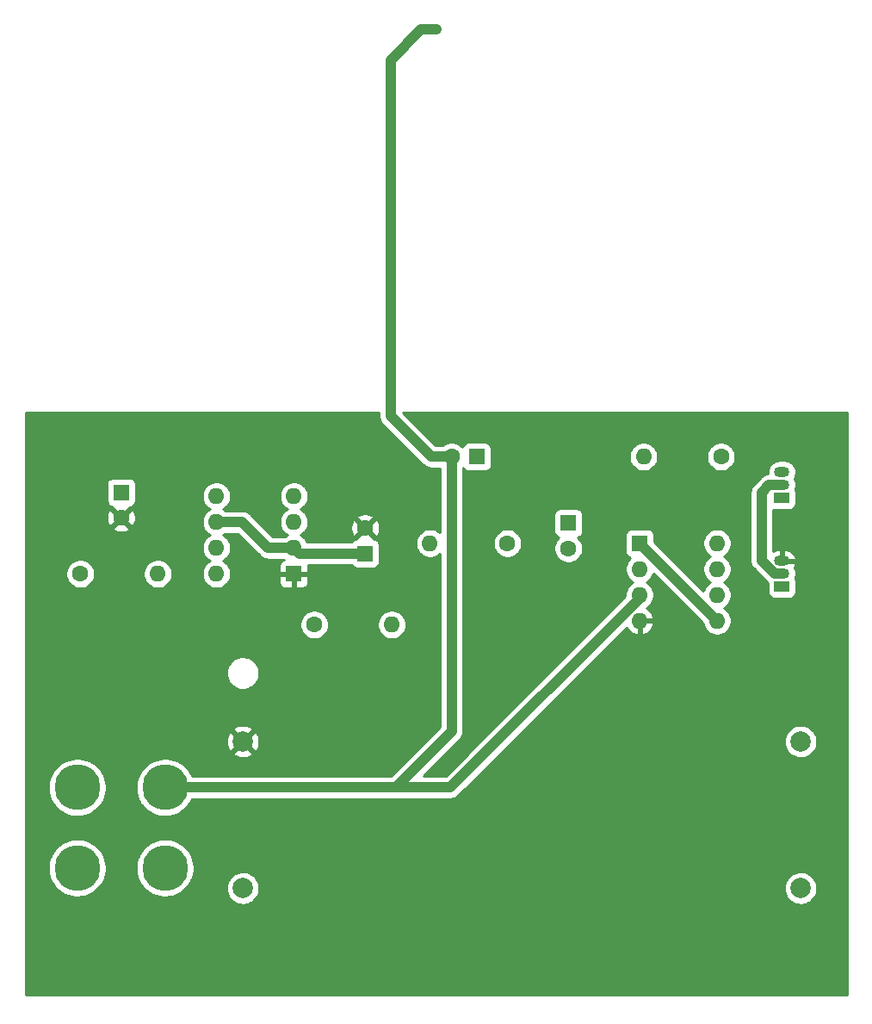
<source format=gbr>
G04 #@! TF.GenerationSoftware,KiCad,Pcbnew,(5.99.0-879-ga0698723b)*
G04 #@! TF.CreationDate,2020-02-18T09:17:54-06:00*
G04 #@! TF.ProjectId,Primary,5072696d-6172-4792-9e6b-696361645f70,rev?*
G04 #@! TF.SameCoordinates,Original*
G04 #@! TF.FileFunction,Copper,L2,Bot*
G04 #@! TF.FilePolarity,Positive*
%FSLAX46Y46*%
G04 Gerber Fmt 4.6, Leading zero omitted, Abs format (unit mm)*
G04 Created by KiCad (PCBNEW (5.99.0-879-ga0698723b)) date 2020-02-18 09:17:54*
%MOMM*%
%LPD*%
G01*
G04 APERTURE LIST*
%ADD10C,4.500000*%
%ADD11C,2.000000*%
%ADD12O,1.600000X1.600000*%
%ADD13R,1.600000X1.600000*%
%ADD14C,1.600000*%
%ADD15R,1.500000X1.050000*%
%ADD16O,1.500000X1.050000*%
%ADD17C,0.800000*%
%ADD18C,1.000000*%
%ADD19C,0.254000*%
G04 APERTURE END LIST*
D10*
X138285000Y-138300000D03*
X138285000Y-146220000D03*
X146915000Y-138300000D03*
X146915000Y-146220000D03*
D11*
X209430000Y-133790000D03*
X154570000Y-133790000D03*
X209430000Y-148210000D03*
X154570000Y-148210000D03*
D12*
X201220000Y-114300000D03*
X193600000Y-121920000D03*
X201220000Y-116840000D03*
X193600000Y-119380000D03*
X201220000Y-119380000D03*
X193600000Y-116840000D03*
X201220000Y-121920000D03*
D13*
X193600000Y-114300000D03*
D12*
X151980000Y-117300000D03*
X159600000Y-109680000D03*
X151980000Y-114760000D03*
X159600000Y-112220000D03*
X151980000Y-112220000D03*
X159600000Y-114760000D03*
X151980000Y-109680000D03*
D13*
X159600000Y-117300000D03*
D12*
X193980000Y-105800000D03*
D14*
X201600000Y-105800000D03*
D12*
X146220000Y-117300000D03*
D14*
X138600000Y-117300000D03*
D12*
X172980000Y-114300000D03*
D14*
X180600000Y-114300000D03*
D12*
X169220000Y-122300000D03*
D14*
X161600000Y-122300000D03*
D15*
X207600000Y-118570000D03*
D16*
X207600000Y-116030000D03*
X207600000Y-117300000D03*
D15*
X207600000Y-109840000D03*
D16*
X207600000Y-107300000D03*
X207600000Y-108570000D03*
D14*
X175100000Y-105800000D03*
D13*
X177600000Y-105800000D03*
D14*
X186600000Y-114800000D03*
D13*
X186600000Y-112300000D03*
D14*
X166600000Y-112800000D03*
D13*
X166600000Y-115300000D03*
D14*
X142600000Y-111800000D03*
D13*
X142600000Y-109300000D03*
D12*
X201220000Y-114300000D03*
X193600000Y-121920000D03*
X201220000Y-116840000D03*
X193600000Y-119380000D03*
X201220000Y-119380000D03*
X193600000Y-116840000D03*
X201220000Y-121920000D03*
D13*
X193600000Y-114300000D03*
D17*
X171600000Y-122300000D03*
X171600000Y-120800000D03*
X171600000Y-119300000D03*
X173100000Y-119300000D03*
X173100000Y-120800000D03*
X173100000Y-122300000D03*
X180600000Y-127800000D03*
X179100000Y-127800000D03*
X179100000Y-129300000D03*
X180600000Y-129300000D03*
X177600000Y-129300000D03*
X177600000Y-130800000D03*
X179100000Y-130800000D03*
X182100000Y-119300000D03*
X180600000Y-119300000D03*
X179100000Y-119300000D03*
X177600000Y-119300000D03*
X177600000Y-120800000D03*
X179100000Y-120800000D03*
X180600000Y-120800000D03*
X182100000Y-120800000D03*
X182100000Y-122300000D03*
X180600000Y-122300000D03*
X179100000Y-122300000D03*
X177600000Y-122300000D03*
X168600000Y-132300000D03*
X168600000Y-130800000D03*
X168600000Y-129300000D03*
X168600000Y-127800000D03*
X170100000Y-127800000D03*
X170100000Y-129300000D03*
X170100000Y-130800000D03*
X170100000Y-132300000D03*
X171600000Y-132300000D03*
X171600000Y-127800000D03*
X171600000Y-129300000D03*
X171600000Y-130800000D03*
X173100000Y-130800000D03*
X173100000Y-129300000D03*
X173100000Y-127800000D03*
X177600000Y-132300000D03*
X182100000Y-127800000D03*
X177600000Y-127800000D03*
X173600000Y-63800000D03*
D18*
X205600000Y-109304998D02*
X205600000Y-115987425D01*
X205600000Y-115987425D02*
X206912575Y-117300000D01*
X206912575Y-117300000D02*
X207600000Y-117300000D01*
X207600000Y-108570000D02*
X206334998Y-108570000D01*
X206334998Y-108570000D02*
X205600000Y-109304998D01*
X193600000Y-114300000D02*
X201220000Y-121920000D01*
X166600000Y-115300000D02*
X160140000Y-115300000D01*
X160140000Y-115300000D02*
X159600000Y-114760000D01*
X157060000Y-114760000D02*
X154520000Y-112220000D01*
X154520000Y-112220000D02*
X151980000Y-112220000D01*
X159600000Y-114760000D02*
X157060000Y-114760000D01*
X169600000Y-138300000D02*
X146915000Y-138300000D01*
X174999998Y-138300000D02*
X169600000Y-138300000D01*
X193600000Y-119380000D02*
X193600000Y-119699998D01*
X193600000Y-119699998D02*
X174999998Y-138300000D01*
X175100000Y-132800000D02*
X169600000Y-138300000D01*
X175100000Y-105800000D02*
X175100000Y-132800000D01*
X175100000Y-105800000D02*
X173100000Y-105800000D01*
X173100000Y-105800000D02*
X169100000Y-101800000D01*
X169100000Y-101800000D02*
X169100000Y-66800000D01*
X169100000Y-66800000D02*
X172100000Y-63800000D01*
X172100000Y-63800000D02*
X173600000Y-63800000D01*
G36*
X167964000Y-101760597D02*
G01*
X167957751Y-101852256D01*
X167958546Y-101867427D01*
X167975756Y-101966033D01*
X167987776Y-102065366D01*
X167991400Y-102080119D01*
X167999330Y-102101104D01*
X168003188Y-102123211D01*
X168007579Y-102137755D01*
X168047807Y-102229399D01*
X168083180Y-102323009D01*
X168090218Y-102336472D01*
X168102927Y-102354964D01*
X168112012Y-102375659D01*
X168119949Y-102389000D01*
X168175847Y-102461063D01*
X168237285Y-102550458D01*
X168247332Y-102561854D01*
X168320494Y-102627039D01*
X172268853Y-106575398D01*
X172329258Y-106644642D01*
X172340548Y-106654808D01*
X172422450Y-106712370D01*
X172501182Y-106774103D01*
X172514177Y-106781973D01*
X172534618Y-106791202D01*
X172552982Y-106804109D01*
X172566371Y-106811288D01*
X172659622Y-106847644D01*
X172750822Y-106888823D01*
X172765319Y-106893366D01*
X172787375Y-106897453D01*
X172808439Y-106905666D01*
X172823485Y-106909488D01*
X172913986Y-106920920D01*
X173020622Y-106940684D01*
X173035785Y-106941638D01*
X173133564Y-106936000D01*
X173964000Y-106936000D01*
X173964000Y-113253721D01*
X173809881Y-113124399D01*
X173800868Y-113118088D01*
X173593132Y-112998152D01*
X173583160Y-112993502D01*
X173357753Y-112911460D01*
X173347126Y-112908613D01*
X173110897Y-112866959D01*
X173099936Y-112866000D01*
X172860064Y-112866000D01*
X172849103Y-112866959D01*
X172612874Y-112908613D01*
X172602247Y-112911460D01*
X172376840Y-112993502D01*
X172366868Y-112998152D01*
X172159132Y-113118088D01*
X172150119Y-113124399D01*
X171966366Y-113278587D01*
X171958587Y-113286366D01*
X171804399Y-113470119D01*
X171798088Y-113479132D01*
X171678152Y-113686868D01*
X171673502Y-113696840D01*
X171591460Y-113922247D01*
X171588613Y-113932874D01*
X171546959Y-114169103D01*
X171546000Y-114180064D01*
X171546000Y-114419936D01*
X171546959Y-114430897D01*
X171588613Y-114667126D01*
X171591460Y-114677753D01*
X171673502Y-114903160D01*
X171678152Y-114913132D01*
X171798088Y-115120868D01*
X171804399Y-115129881D01*
X171958587Y-115313634D01*
X171966366Y-115321413D01*
X172150119Y-115475601D01*
X172159132Y-115481912D01*
X172366868Y-115601848D01*
X172376840Y-115606498D01*
X172602247Y-115688540D01*
X172612874Y-115691387D01*
X172849103Y-115733041D01*
X172860064Y-115734000D01*
X173099936Y-115734000D01*
X173110897Y-115733041D01*
X173347126Y-115691387D01*
X173357753Y-115688540D01*
X173583160Y-115606498D01*
X173593132Y-115601848D01*
X173800868Y-115481912D01*
X173809881Y-115475601D01*
X173964000Y-115346279D01*
X173964001Y-132329453D01*
X169129455Y-137164000D01*
X149568805Y-137164000D01*
X149552738Y-137121479D01*
X149549633Y-137114554D01*
X149392050Y-136813124D01*
X149388135Y-136806622D01*
X149195481Y-136526308D01*
X149190813Y-136520324D01*
X148965877Y-136265185D01*
X148960525Y-136259805D01*
X148706568Y-136033536D01*
X148700608Y-136028838D01*
X148421306Y-135834718D01*
X148414825Y-135830770D01*
X148114226Y-135671611D01*
X148107317Y-135668470D01*
X147789774Y-135546576D01*
X147782538Y-135544288D01*
X147452650Y-135461426D01*
X147445192Y-135460023D01*
X147107739Y-135417393D01*
X147100166Y-135416897D01*
X146760035Y-135415116D01*
X146752457Y-135415533D01*
X146414577Y-135454627D01*
X146407105Y-135455952D01*
X146076367Y-135535354D01*
X146069108Y-135537567D01*
X145750305Y-135656128D01*
X145743364Y-135659197D01*
X145441114Y-135815200D01*
X145434592Y-135819080D01*
X145153273Y-136010264D01*
X145147264Y-136014900D01*
X144890951Y-136238497D01*
X144885543Y-136243820D01*
X144657948Y-136496589D01*
X144653218Y-136502525D01*
X144457639Y-136780806D01*
X144453657Y-136787266D01*
X144292926Y-137087029D01*
X144289748Y-137093921D01*
X144166194Y-137410822D01*
X144163868Y-137418046D01*
X144079280Y-137747494D01*
X144077838Y-137754946D01*
X144033442Y-138092171D01*
X144032906Y-138099741D01*
X144029344Y-138439857D01*
X144029722Y-138447437D01*
X144067045Y-138785518D01*
X144068331Y-138792998D01*
X144146001Y-139124146D01*
X144148175Y-139131417D01*
X144265066Y-139450836D01*
X144268098Y-139457793D01*
X144422516Y-139760855D01*
X144426362Y-139767397D01*
X144616071Y-140049713D01*
X144620675Y-140055746D01*
X144842926Y-140313227D01*
X144848222Y-140318664D01*
X145099796Y-140547578D01*
X145105706Y-140552339D01*
X145382961Y-140749373D01*
X145389400Y-140753389D01*
X145688317Y-140915688D01*
X145695192Y-140918901D01*
X146011441Y-141044113D01*
X146018653Y-141046477D01*
X146347654Y-141132789D01*
X146355097Y-141134269D01*
X146692085Y-141180431D01*
X146699653Y-141181007D01*
X147039746Y-141186349D01*
X147047328Y-141186011D01*
X147385599Y-141150457D01*
X147393085Y-141149211D01*
X147724636Y-141073277D01*
X147731919Y-141071140D01*
X148051944Y-140955924D01*
X148058917Y-140952928D01*
X148362784Y-140800099D01*
X148369347Y-140796287D01*
X148652653Y-140608059D01*
X148658710Y-140603487D01*
X148917350Y-140382587D01*
X148922814Y-140377320D01*
X149153044Y-140126947D01*
X149157835Y-140121062D01*
X149356318Y-139844844D01*
X149360368Y-139838425D01*
X149524229Y-139540363D01*
X149527478Y-139533504D01*
X149566674Y-139436000D01*
X169560597Y-139436000D01*
X169652256Y-139442249D01*
X169667427Y-139441454D01*
X169698677Y-139436000D01*
X174960595Y-139436000D01*
X175052254Y-139442249D01*
X175067425Y-139441454D01*
X175166034Y-139424244D01*
X175265364Y-139412224D01*
X175280117Y-139408600D01*
X175301108Y-139400669D01*
X175323211Y-139396811D01*
X175337754Y-139392420D01*
X175429388Y-139352195D01*
X175523007Y-139316820D01*
X175536471Y-139309781D01*
X175554966Y-139297071D01*
X175575657Y-139287988D01*
X175588998Y-139280051D01*
X175661050Y-139224161D01*
X175750456Y-139162715D01*
X175761852Y-139152668D01*
X175827037Y-139079506D01*
X181128645Y-133777898D01*
X207791132Y-133777898D01*
X207808766Y-134030071D01*
X207810279Y-134040078D01*
X207868004Y-134286187D01*
X207871098Y-134295824D01*
X207967428Y-134529538D01*
X207972023Y-134538556D01*
X208104480Y-134753862D01*
X208110458Y-134762030D01*
X208275634Y-134953390D01*
X208282841Y-134960497D01*
X208476489Y-135122986D01*
X208484739Y-135128849D01*
X208701873Y-135258287D01*
X208710955Y-135262756D01*
X208945991Y-135355813D01*
X208955670Y-135358772D01*
X209202561Y-135413054D01*
X209212589Y-135414428D01*
X209464983Y-135428539D01*
X209475101Y-135428292D01*
X209726504Y-135401869D01*
X209736453Y-135400007D01*
X209980398Y-135333728D01*
X209989920Y-135330300D01*
X210220131Y-135225873D01*
X210228983Y-135220966D01*
X210439536Y-135081074D01*
X210447489Y-135074815D01*
X210632968Y-134903061D01*
X210639819Y-134895610D01*
X210795451Y-134696411D01*
X210801023Y-134687961D01*
X210922804Y-134466441D01*
X210926953Y-134457209D01*
X211011751Y-134219068D01*
X211014370Y-134209292D01*
X211060063Y-133960332D01*
X211061097Y-133949599D01*
X211064082Y-133664596D01*
X211063273Y-133653844D01*
X211022804Y-133403981D01*
X211020390Y-133394152D01*
X210940597Y-133154287D01*
X210936642Y-133144971D01*
X210819527Y-132920949D01*
X210814134Y-132912384D01*
X210662708Y-132709969D01*
X210656014Y-132702377D01*
X210474174Y-132526776D01*
X210466353Y-132520351D01*
X210258775Y-132376081D01*
X210250028Y-132370990D01*
X210022056Y-132261764D01*
X210012607Y-132258137D01*
X209770103Y-132186765D01*
X209760196Y-132184695D01*
X209509402Y-132153011D01*
X209499290Y-132152552D01*
X209246656Y-132161374D01*
X209236601Y-132162538D01*
X208988628Y-132211639D01*
X208978889Y-132214394D01*
X208741956Y-132302508D01*
X208732783Y-132306786D01*
X208512984Y-132431649D01*
X208504613Y-132437338D01*
X208307606Y-132595737D01*
X208300252Y-132602691D01*
X208131104Y-132790548D01*
X208124956Y-132798589D01*
X207988019Y-133011075D01*
X207983236Y-133019994D01*
X207882032Y-133251639D01*
X207878737Y-133261209D01*
X207815871Y-133506056D01*
X207814148Y-133516030D01*
X207791238Y-133767777D01*
X207791132Y-133777898D01*
X181128645Y-133777898D01*
X192325699Y-122580845D01*
X192418088Y-122740868D01*
X192424399Y-122749881D01*
X192578587Y-122933634D01*
X192586366Y-122941413D01*
X192770119Y-123095601D01*
X192779132Y-123101912D01*
X192986868Y-123221848D01*
X192996840Y-123226498D01*
X193222247Y-123308540D01*
X193232874Y-123311387D01*
X193381982Y-123337680D01*
X193472000Y-123262146D01*
X193472000Y-122121809D01*
X193728000Y-122121809D01*
X193728000Y-123262146D01*
X193818018Y-123337680D01*
X193967126Y-123311387D01*
X193977753Y-123308540D01*
X194203160Y-123226498D01*
X194213132Y-123221848D01*
X194420868Y-123101912D01*
X194429881Y-123095601D01*
X194613634Y-122941413D01*
X194621413Y-122933634D01*
X194775601Y-122749881D01*
X194781912Y-122740868D01*
X194901848Y-122533132D01*
X194906498Y-122523160D01*
X194988540Y-122297753D01*
X194991387Y-122287126D01*
X195017680Y-122138018D01*
X194942146Y-122048000D01*
X193801809Y-122048000D01*
X193728000Y-122121809D01*
X193472000Y-122121809D01*
X193472000Y-121792000D01*
X194942146Y-121792000D01*
X195017680Y-121701982D01*
X194991387Y-121552874D01*
X194988540Y-121542247D01*
X194906498Y-121316840D01*
X194901848Y-121306868D01*
X194781912Y-121099132D01*
X194775601Y-121090119D01*
X194621413Y-120906366D01*
X194613634Y-120898587D01*
X194429881Y-120744399D01*
X194420868Y-120738088D01*
X194268294Y-120650000D01*
X194420868Y-120561912D01*
X194429881Y-120555601D01*
X194613634Y-120401413D01*
X194621413Y-120393634D01*
X194775601Y-120209881D01*
X194781912Y-120200868D01*
X194901848Y-119993132D01*
X194906498Y-119983160D01*
X194988540Y-119757753D01*
X194991387Y-119747126D01*
X195033041Y-119510897D01*
X195034000Y-119499936D01*
X195034000Y-119260064D01*
X195033041Y-119249103D01*
X194991387Y-119012874D01*
X194988540Y-119002247D01*
X194906498Y-118776840D01*
X194901848Y-118766868D01*
X194781912Y-118559132D01*
X194775601Y-118550119D01*
X194621413Y-118366366D01*
X194613634Y-118358587D01*
X194429881Y-118204399D01*
X194420868Y-118198088D01*
X194268295Y-118110000D01*
X194420868Y-118021912D01*
X194429881Y-118015601D01*
X194613634Y-117861413D01*
X194621413Y-117853634D01*
X194775601Y-117669881D01*
X194781912Y-117660868D01*
X194901848Y-117453132D01*
X194906498Y-117443160D01*
X194967904Y-117274449D01*
X199796080Y-122102625D01*
X199828613Y-122287126D01*
X199831460Y-122297753D01*
X199913502Y-122523160D01*
X199918152Y-122533132D01*
X200038088Y-122740868D01*
X200044399Y-122749881D01*
X200198587Y-122933634D01*
X200206366Y-122941413D01*
X200390119Y-123095601D01*
X200399132Y-123101912D01*
X200606868Y-123221848D01*
X200616840Y-123226498D01*
X200842247Y-123308540D01*
X200852874Y-123311387D01*
X201089103Y-123353041D01*
X201100064Y-123354000D01*
X201339936Y-123354000D01*
X201350897Y-123353041D01*
X201587126Y-123311387D01*
X201597753Y-123308540D01*
X201823160Y-123226498D01*
X201833132Y-123221848D01*
X202040868Y-123101912D01*
X202049881Y-123095601D01*
X202233634Y-122941413D01*
X202241413Y-122933634D01*
X202395601Y-122749881D01*
X202401912Y-122740868D01*
X202521848Y-122533132D01*
X202526498Y-122523160D01*
X202608540Y-122297753D01*
X202611387Y-122287126D01*
X202653041Y-122050897D01*
X202654000Y-122039936D01*
X202654000Y-121800064D01*
X202653041Y-121789103D01*
X202611387Y-121552874D01*
X202608540Y-121542247D01*
X202526498Y-121316840D01*
X202521848Y-121306868D01*
X202401912Y-121099132D01*
X202395601Y-121090119D01*
X202241413Y-120906366D01*
X202233634Y-120898587D01*
X202049881Y-120744399D01*
X202040868Y-120738088D01*
X201888295Y-120650000D01*
X202040868Y-120561912D01*
X202049881Y-120555601D01*
X202233634Y-120401413D01*
X202241413Y-120393634D01*
X202395601Y-120209881D01*
X202401912Y-120200868D01*
X202521848Y-119993132D01*
X202526498Y-119983160D01*
X202608540Y-119757753D01*
X202611387Y-119747126D01*
X202653041Y-119510897D01*
X202654000Y-119499936D01*
X202654000Y-119260064D01*
X202653041Y-119249103D01*
X202611387Y-119012874D01*
X202608540Y-119002247D01*
X202526498Y-118776840D01*
X202521848Y-118766868D01*
X202401912Y-118559132D01*
X202395601Y-118550119D01*
X202241413Y-118366366D01*
X202233634Y-118358587D01*
X202049881Y-118204399D01*
X202040868Y-118198088D01*
X201888295Y-118110000D01*
X202040868Y-118021912D01*
X202049881Y-118015601D01*
X202233634Y-117861413D01*
X202241413Y-117853634D01*
X202395601Y-117669881D01*
X202401912Y-117660868D01*
X202521848Y-117453132D01*
X202526498Y-117443160D01*
X202608540Y-117217753D01*
X202611387Y-117207126D01*
X202653041Y-116970897D01*
X202654000Y-116959936D01*
X202654000Y-116720064D01*
X202653041Y-116709103D01*
X202611387Y-116472874D01*
X202608540Y-116462247D01*
X202526498Y-116236840D01*
X202521848Y-116226868D01*
X202413776Y-116039681D01*
X204457751Y-116039681D01*
X204458546Y-116054852D01*
X204475759Y-116153475D01*
X204487777Y-116252792D01*
X204491401Y-116267547D01*
X204499330Y-116288529D01*
X204503188Y-116310635D01*
X204507579Y-116325180D01*
X204547812Y-116416831D01*
X204583181Y-116510434D01*
X204590219Y-116523898D01*
X204602928Y-116542390D01*
X204612012Y-116563084D01*
X204619949Y-116576425D01*
X204675856Y-116648500D01*
X204737286Y-116737883D01*
X204747334Y-116749279D01*
X204820485Y-116814455D01*
X206081428Y-118075398D01*
X206141834Y-118144642D01*
X206153123Y-118154808D01*
X206208163Y-118193491D01*
X206208163Y-119103258D01*
X206210319Y-119119634D01*
X206285137Y-119398859D01*
X206297880Y-119423339D01*
X206428990Y-119579590D01*
X206445879Y-119593761D01*
X206620120Y-119694359D01*
X206640837Y-119701900D01*
X206833538Y-119735878D01*
X206844499Y-119736837D01*
X208358258Y-119736837D01*
X208374634Y-119734681D01*
X208653859Y-119659863D01*
X208678339Y-119647120D01*
X208834590Y-119516010D01*
X208848761Y-119499121D01*
X208949359Y-119324880D01*
X208956900Y-119304163D01*
X208990878Y-119111462D01*
X208991837Y-119100501D01*
X208991837Y-118036742D01*
X208989681Y-118020366D01*
X208914863Y-117741142D01*
X208906639Y-117725344D01*
X208963984Y-117540090D01*
X208966463Y-117528017D01*
X208988927Y-117314289D01*
X208989013Y-117301964D01*
X208969535Y-117087942D01*
X208967225Y-117075836D01*
X208906549Y-116869672D01*
X208901932Y-116858245D01*
X208802367Y-116667794D01*
X208799849Y-116663945D01*
X208895659Y-116486748D01*
X208900435Y-116475386D01*
X208966966Y-116260459D01*
X208891427Y-116158000D01*
X208040893Y-116157999D01*
X207882441Y-116141345D01*
X207875851Y-116141000D01*
X207472000Y-116141000D01*
X207472000Y-115828191D01*
X207727999Y-115828191D01*
X207801808Y-115902000D01*
X208890197Y-115902001D01*
X208965789Y-115800955D01*
X208906549Y-115599672D01*
X208901932Y-115588245D01*
X208802367Y-115397794D01*
X208795618Y-115387480D01*
X208660956Y-115219996D01*
X208652333Y-115211191D01*
X208487706Y-115073051D01*
X208477536Y-115066088D01*
X208289212Y-114962556D01*
X208277883Y-114957700D01*
X208072826Y-114892653D01*
X208060331Y-114890042D01*
X207882441Y-114871345D01*
X207875851Y-114871000D01*
X207801809Y-114871000D01*
X207728000Y-114944809D01*
X207727999Y-115828191D01*
X207472000Y-115828191D01*
X207472001Y-114944809D01*
X207398192Y-114871000D01*
X207320949Y-114871000D01*
X207314797Y-114871301D01*
X207154956Y-114886974D01*
X207142867Y-114889368D01*
X206937133Y-114951482D01*
X206925738Y-114956178D01*
X206736000Y-115057064D01*
X206736000Y-110988680D01*
X206833538Y-111005878D01*
X206844499Y-111006837D01*
X208358258Y-111006837D01*
X208374634Y-111004681D01*
X208653859Y-110929863D01*
X208678339Y-110917120D01*
X208834590Y-110786010D01*
X208848761Y-110769121D01*
X208949359Y-110594880D01*
X208956900Y-110574163D01*
X208990878Y-110381462D01*
X208991837Y-110370501D01*
X208991837Y-109306742D01*
X208989681Y-109290366D01*
X208914863Y-109011142D01*
X208906639Y-108995344D01*
X208963984Y-108810090D01*
X208966463Y-108798017D01*
X208988927Y-108584289D01*
X208989013Y-108571964D01*
X208969535Y-108357942D01*
X208967225Y-108345836D01*
X208906549Y-108139672D01*
X208901932Y-108128245D01*
X208802367Y-107937794D01*
X208799849Y-107933945D01*
X208895659Y-107756748D01*
X208900435Y-107745386D01*
X208963984Y-107540090D01*
X208966463Y-107528017D01*
X208988927Y-107314289D01*
X208989013Y-107301964D01*
X208969535Y-107087942D01*
X208967225Y-107075836D01*
X208906549Y-106869672D01*
X208901932Y-106858245D01*
X208802367Y-106667794D01*
X208795618Y-106657480D01*
X208660956Y-106489996D01*
X208652333Y-106481191D01*
X208487706Y-106343051D01*
X208477536Y-106336088D01*
X208289212Y-106232556D01*
X208277883Y-106227700D01*
X208072826Y-106162653D01*
X208060331Y-106160042D01*
X207882441Y-106141345D01*
X207875851Y-106141000D01*
X207320949Y-106141000D01*
X207314797Y-106141301D01*
X207154956Y-106156974D01*
X207142867Y-106159368D01*
X206937133Y-106221482D01*
X206925738Y-106226178D01*
X206735987Y-106327071D01*
X206725721Y-106333891D01*
X206559180Y-106469719D01*
X206550434Y-106478403D01*
X206413448Y-106643992D01*
X206406556Y-106654210D01*
X206304341Y-106843252D01*
X206299565Y-106854614D01*
X206236016Y-107059910D01*
X206233537Y-107071983D01*
X206211073Y-107285711D01*
X206210987Y-107298036D01*
X206223564Y-107436227D01*
X206168974Y-107445754D01*
X206069631Y-107457776D01*
X206054878Y-107461400D01*
X206033893Y-107469330D01*
X206011785Y-107473188D01*
X205997241Y-107477579D01*
X205905603Y-107517806D01*
X205811989Y-107553180D01*
X205798526Y-107560218D01*
X205780034Y-107572927D01*
X205759336Y-107582013D01*
X205745996Y-107589950D01*
X205673926Y-107645853D01*
X205584540Y-107707285D01*
X205573144Y-107717332D01*
X205507975Y-107790476D01*
X204824594Y-108473858D01*
X204755357Y-108534257D01*
X204745192Y-108545547D01*
X204687637Y-108627440D01*
X204625897Y-108706180D01*
X204618027Y-108719176D01*
X204608798Y-108739617D01*
X204595891Y-108757981D01*
X204588712Y-108771370D01*
X204552355Y-108864622D01*
X204511177Y-108955822D01*
X204506634Y-108970317D01*
X204502544Y-108992379D01*
X204494333Y-109013441D01*
X204490512Y-109028485D01*
X204479081Y-109118979D01*
X204459316Y-109225621D01*
X204458362Y-109240784D01*
X204464000Y-109338569D01*
X204464001Y-115948008D01*
X204457751Y-116039681D01*
X202413776Y-116039681D01*
X202401912Y-116019132D01*
X202395601Y-116010119D01*
X202241413Y-115826366D01*
X202233634Y-115818587D01*
X202049881Y-115664399D01*
X202040868Y-115658088D01*
X201888295Y-115570000D01*
X202040868Y-115481912D01*
X202049881Y-115475601D01*
X202233634Y-115321413D01*
X202241413Y-115313634D01*
X202395601Y-115129881D01*
X202401912Y-115120868D01*
X202521848Y-114913132D01*
X202526498Y-114903160D01*
X202608540Y-114677753D01*
X202611387Y-114667126D01*
X202653041Y-114430897D01*
X202654000Y-114419936D01*
X202654000Y-114180064D01*
X202653041Y-114169103D01*
X202611387Y-113932874D01*
X202608540Y-113922247D01*
X202526498Y-113696840D01*
X202521848Y-113686868D01*
X202401912Y-113479132D01*
X202395601Y-113470119D01*
X202241413Y-113286366D01*
X202233634Y-113278587D01*
X202049881Y-113124399D01*
X202040868Y-113118088D01*
X201833132Y-112998152D01*
X201823160Y-112993502D01*
X201597753Y-112911460D01*
X201587126Y-112908613D01*
X201350897Y-112866959D01*
X201339936Y-112866000D01*
X201100064Y-112866000D01*
X201089103Y-112866959D01*
X200852874Y-112908613D01*
X200842247Y-112911460D01*
X200616840Y-112993502D01*
X200606868Y-112998152D01*
X200399132Y-113118088D01*
X200390119Y-113124399D01*
X200206366Y-113278587D01*
X200198587Y-113286366D01*
X200044399Y-113470119D01*
X200038088Y-113479132D01*
X199918152Y-113686868D01*
X199913502Y-113696840D01*
X199831460Y-113922247D01*
X199828613Y-113932874D01*
X199786959Y-114169103D01*
X199786000Y-114180064D01*
X199786000Y-114419936D01*
X199786959Y-114430897D01*
X199828613Y-114667126D01*
X199831460Y-114677753D01*
X199913502Y-114903160D01*
X199918152Y-114913132D01*
X200038088Y-115120868D01*
X200044399Y-115129881D01*
X200198587Y-115313634D01*
X200206366Y-115321413D01*
X200390119Y-115475601D01*
X200399132Y-115481912D01*
X200551705Y-115570000D01*
X200399132Y-115658088D01*
X200390119Y-115664399D01*
X200206366Y-115818587D01*
X200198587Y-115826366D01*
X200044399Y-116010119D01*
X200038088Y-116019132D01*
X199918152Y-116226868D01*
X199913502Y-116236840D01*
X199831460Y-116462247D01*
X199828613Y-116472874D01*
X199786959Y-116709103D01*
X199786000Y-116720064D01*
X199786000Y-116959936D01*
X199786959Y-116970897D01*
X199828613Y-117207126D01*
X199831460Y-117217753D01*
X199913502Y-117443160D01*
X199918152Y-117453132D01*
X200038088Y-117660868D01*
X200044399Y-117669881D01*
X200198587Y-117853634D01*
X200206366Y-117861413D01*
X200390119Y-118015601D01*
X200399132Y-118021912D01*
X200551705Y-118110000D01*
X200399132Y-118198088D01*
X200390119Y-118204399D01*
X200206366Y-118358587D01*
X200198587Y-118366366D01*
X200044399Y-118550119D01*
X200038088Y-118559132D01*
X199918152Y-118766868D01*
X199913502Y-118776840D01*
X199852096Y-118945551D01*
X195041837Y-114135292D01*
X195041837Y-113491742D01*
X195039681Y-113475366D01*
X194964863Y-113196142D01*
X194952120Y-113171662D01*
X194821010Y-113015410D01*
X194804121Y-113001239D01*
X194629880Y-112900641D01*
X194609163Y-112893100D01*
X194416462Y-112859122D01*
X194405501Y-112858163D01*
X192791742Y-112858163D01*
X192775366Y-112860319D01*
X192496142Y-112935137D01*
X192471662Y-112947880D01*
X192315410Y-113078990D01*
X192301239Y-113095879D01*
X192200641Y-113270120D01*
X192193100Y-113290837D01*
X192159122Y-113483538D01*
X192158163Y-113494499D01*
X192158163Y-115108258D01*
X192160319Y-115124634D01*
X192235137Y-115403859D01*
X192247880Y-115428339D01*
X192378990Y-115584590D01*
X192395879Y-115598761D01*
X192570120Y-115699359D01*
X192590837Y-115706900D01*
X192697132Y-115725643D01*
X192586366Y-115818587D01*
X192578587Y-115826366D01*
X192424399Y-116010119D01*
X192418088Y-116019132D01*
X192298152Y-116226868D01*
X192293502Y-116236840D01*
X192211460Y-116462247D01*
X192208613Y-116472874D01*
X192166959Y-116709103D01*
X192166000Y-116720064D01*
X192166000Y-116959936D01*
X192166959Y-116970897D01*
X192208613Y-117207126D01*
X192211460Y-117217753D01*
X192293502Y-117443160D01*
X192298152Y-117453132D01*
X192418088Y-117660868D01*
X192424399Y-117669881D01*
X192578587Y-117853634D01*
X192586366Y-117861413D01*
X192770119Y-118015601D01*
X192779132Y-118021912D01*
X192931705Y-118110000D01*
X192779132Y-118198088D01*
X192770119Y-118204399D01*
X192586366Y-118358587D01*
X192578587Y-118366366D01*
X192424399Y-118550119D01*
X192418088Y-118559132D01*
X192298152Y-118766868D01*
X192293502Y-118776840D01*
X192211460Y-119002247D01*
X192208613Y-119012874D01*
X192166959Y-119249103D01*
X192166000Y-119260064D01*
X192166000Y-119499936D01*
X192166959Y-119510897D01*
X192169297Y-119524155D01*
X174529453Y-137164000D01*
X172342545Y-137164000D01*
X175875406Y-133631140D01*
X175944643Y-133570741D01*
X175954808Y-133559451D01*
X176012358Y-133477564D01*
X176074103Y-133398819D01*
X176081972Y-133385825D01*
X176091204Y-133365379D01*
X176104109Y-133347017D01*
X176111288Y-133333629D01*
X176147645Y-133240378D01*
X176188824Y-133149177D01*
X176193366Y-133134681D01*
X176197455Y-133112620D01*
X176205667Y-133091559D01*
X176209488Y-133076514D01*
X176220918Y-132986027D01*
X176240685Y-132879377D01*
X176241639Y-132864214D01*
X176236000Y-132766418D01*
X176236000Y-114180064D01*
X179166000Y-114180064D01*
X179166000Y-114419936D01*
X179166959Y-114430897D01*
X179208613Y-114667126D01*
X179211460Y-114677753D01*
X179293502Y-114903160D01*
X179298152Y-114913132D01*
X179418088Y-115120868D01*
X179424399Y-115129881D01*
X179578587Y-115313634D01*
X179586366Y-115321413D01*
X179770119Y-115475601D01*
X179779132Y-115481912D01*
X179986868Y-115601848D01*
X179996840Y-115606498D01*
X180222247Y-115688540D01*
X180232874Y-115691387D01*
X180469103Y-115733041D01*
X180480064Y-115734000D01*
X180719936Y-115734000D01*
X180730897Y-115733041D01*
X180967126Y-115691387D01*
X180977753Y-115688540D01*
X181203160Y-115606498D01*
X181213132Y-115601848D01*
X181420868Y-115481912D01*
X181429881Y-115475601D01*
X181613634Y-115321413D01*
X181621413Y-115313634D01*
X181775601Y-115129881D01*
X181781912Y-115120868D01*
X181901848Y-114913132D01*
X181906498Y-114903160D01*
X181988540Y-114677753D01*
X181991387Y-114667126D01*
X182033041Y-114430897D01*
X182034000Y-114419936D01*
X182034000Y-114180064D01*
X182033041Y-114169103D01*
X181991387Y-113932874D01*
X181988540Y-113922247D01*
X181906498Y-113696840D01*
X181901848Y-113686868D01*
X181781912Y-113479132D01*
X181775601Y-113470119D01*
X181621413Y-113286366D01*
X181613634Y-113278587D01*
X181429881Y-113124399D01*
X181420868Y-113118088D01*
X181213132Y-112998152D01*
X181203160Y-112993502D01*
X180977753Y-112911460D01*
X180967126Y-112908613D01*
X180730897Y-112866959D01*
X180719936Y-112866000D01*
X180480064Y-112866000D01*
X180469103Y-112866959D01*
X180232874Y-112908613D01*
X180222247Y-112911460D01*
X179996840Y-112993502D01*
X179986868Y-112998152D01*
X179779132Y-113118088D01*
X179770119Y-113124399D01*
X179586366Y-113278587D01*
X179578587Y-113286366D01*
X179424399Y-113470119D01*
X179418088Y-113479132D01*
X179298152Y-113686868D01*
X179293502Y-113696840D01*
X179211460Y-113922247D01*
X179208613Y-113932874D01*
X179166959Y-114169103D01*
X179166000Y-114180064D01*
X176236000Y-114180064D01*
X176236000Y-111494499D01*
X185158163Y-111494499D01*
X185158163Y-113108258D01*
X185160319Y-113124634D01*
X185235137Y-113403859D01*
X185247880Y-113428339D01*
X185378990Y-113584590D01*
X185395879Y-113598761D01*
X185570120Y-113699359D01*
X185590837Y-113706900D01*
X185657740Y-113718697D01*
X185586366Y-113778587D01*
X185578587Y-113786366D01*
X185424399Y-113970119D01*
X185418088Y-113979132D01*
X185298152Y-114186868D01*
X185293502Y-114196840D01*
X185211460Y-114422247D01*
X185208613Y-114432874D01*
X185166959Y-114669103D01*
X185166000Y-114680064D01*
X185166000Y-114919936D01*
X185166959Y-114930897D01*
X185208613Y-115167126D01*
X185211460Y-115177753D01*
X185293502Y-115403160D01*
X185298152Y-115413132D01*
X185418088Y-115620868D01*
X185424399Y-115629881D01*
X185578587Y-115813634D01*
X185586366Y-115821413D01*
X185770119Y-115975601D01*
X185779132Y-115981912D01*
X185986868Y-116101848D01*
X185996840Y-116106498D01*
X186222247Y-116188540D01*
X186232874Y-116191387D01*
X186469103Y-116233041D01*
X186480064Y-116234000D01*
X186719936Y-116234000D01*
X186730897Y-116233041D01*
X186967126Y-116191387D01*
X186977753Y-116188540D01*
X187203160Y-116106498D01*
X187213132Y-116101848D01*
X187420868Y-115981912D01*
X187429881Y-115975601D01*
X187613634Y-115821413D01*
X187621413Y-115813634D01*
X187775601Y-115629881D01*
X187781912Y-115620868D01*
X187901848Y-115413132D01*
X187906498Y-115403160D01*
X187988540Y-115177753D01*
X187991387Y-115167126D01*
X188033041Y-114930897D01*
X188034000Y-114919936D01*
X188034000Y-114680064D01*
X188033041Y-114669103D01*
X187991387Y-114432874D01*
X187988540Y-114422247D01*
X187906498Y-114196840D01*
X187901848Y-114186868D01*
X187781912Y-113979132D01*
X187775601Y-113970119D01*
X187621413Y-113786366D01*
X187613634Y-113778587D01*
X187532745Y-113710713D01*
X187703859Y-113664863D01*
X187728339Y-113652120D01*
X187884590Y-113521010D01*
X187898761Y-113504121D01*
X187999359Y-113329880D01*
X188006900Y-113309163D01*
X188040878Y-113116462D01*
X188041837Y-113105501D01*
X188041837Y-111491742D01*
X188039681Y-111475366D01*
X187964863Y-111196142D01*
X187952120Y-111171662D01*
X187821010Y-111015410D01*
X187804121Y-111001239D01*
X187629880Y-110900641D01*
X187609163Y-110893100D01*
X187416462Y-110859122D01*
X187405501Y-110858163D01*
X185791742Y-110858163D01*
X185775366Y-110860319D01*
X185496142Y-110935137D01*
X185471662Y-110947880D01*
X185315410Y-111078990D01*
X185301239Y-111095879D01*
X185200641Y-111270120D01*
X185193100Y-111290837D01*
X185159122Y-111483538D01*
X185158163Y-111494499D01*
X176236000Y-111494499D01*
X176236000Y-106905517D01*
X176247880Y-106928339D01*
X176378990Y-107084590D01*
X176395879Y-107098761D01*
X176570120Y-107199359D01*
X176590837Y-107206900D01*
X176783538Y-107240878D01*
X176794499Y-107241837D01*
X178408258Y-107241837D01*
X178424634Y-107239681D01*
X178703859Y-107164863D01*
X178728339Y-107152120D01*
X178884590Y-107021010D01*
X178898761Y-107004121D01*
X178999359Y-106829880D01*
X179006900Y-106809163D01*
X179040878Y-106616462D01*
X179041837Y-106605501D01*
X179041837Y-105680064D01*
X192546000Y-105680064D01*
X192546000Y-105919936D01*
X192546959Y-105930897D01*
X192588613Y-106167126D01*
X192591460Y-106177753D01*
X192673502Y-106403160D01*
X192678152Y-106413132D01*
X192798088Y-106620868D01*
X192804399Y-106629881D01*
X192958587Y-106813634D01*
X192966366Y-106821413D01*
X193150119Y-106975601D01*
X193159132Y-106981912D01*
X193366868Y-107101848D01*
X193376840Y-107106498D01*
X193602247Y-107188540D01*
X193612874Y-107191387D01*
X193849103Y-107233041D01*
X193860064Y-107234000D01*
X194099936Y-107234000D01*
X194110897Y-107233041D01*
X194347126Y-107191387D01*
X194357753Y-107188540D01*
X194583160Y-107106498D01*
X194593132Y-107101848D01*
X194800868Y-106981912D01*
X194809881Y-106975601D01*
X194993634Y-106821413D01*
X195001413Y-106813634D01*
X195155601Y-106629881D01*
X195161912Y-106620868D01*
X195281848Y-106413132D01*
X195286498Y-106403160D01*
X195368540Y-106177753D01*
X195371387Y-106167126D01*
X195413041Y-105930897D01*
X195414000Y-105919936D01*
X195414000Y-105680064D01*
X200166000Y-105680064D01*
X200166000Y-105919936D01*
X200166959Y-105930897D01*
X200208613Y-106167126D01*
X200211460Y-106177753D01*
X200293502Y-106403160D01*
X200298152Y-106413132D01*
X200418088Y-106620868D01*
X200424399Y-106629881D01*
X200578587Y-106813634D01*
X200586366Y-106821413D01*
X200770119Y-106975601D01*
X200779132Y-106981912D01*
X200986868Y-107101848D01*
X200996840Y-107106498D01*
X201222247Y-107188540D01*
X201232874Y-107191387D01*
X201469103Y-107233041D01*
X201480064Y-107234000D01*
X201719936Y-107234000D01*
X201730897Y-107233041D01*
X201967126Y-107191387D01*
X201977753Y-107188540D01*
X202203160Y-107106498D01*
X202213132Y-107101848D01*
X202420868Y-106981912D01*
X202429881Y-106975601D01*
X202613634Y-106821413D01*
X202621413Y-106813634D01*
X202775601Y-106629881D01*
X202781912Y-106620868D01*
X202901848Y-106413132D01*
X202906498Y-106403160D01*
X202988540Y-106177753D01*
X202991387Y-106167126D01*
X203033041Y-105930897D01*
X203034000Y-105919936D01*
X203034000Y-105680064D01*
X203033041Y-105669103D01*
X202991387Y-105432874D01*
X202988540Y-105422247D01*
X202906498Y-105196840D01*
X202901848Y-105186868D01*
X202781912Y-104979132D01*
X202775601Y-104970119D01*
X202621413Y-104786366D01*
X202613634Y-104778587D01*
X202429881Y-104624399D01*
X202420868Y-104618088D01*
X202213132Y-104498152D01*
X202203160Y-104493502D01*
X201977753Y-104411460D01*
X201967126Y-104408613D01*
X201730897Y-104366959D01*
X201719936Y-104366000D01*
X201480064Y-104366000D01*
X201469103Y-104366959D01*
X201232874Y-104408613D01*
X201222247Y-104411460D01*
X200996840Y-104493502D01*
X200986868Y-104498152D01*
X200779132Y-104618088D01*
X200770119Y-104624399D01*
X200586366Y-104778587D01*
X200578587Y-104786366D01*
X200424399Y-104970119D01*
X200418088Y-104979132D01*
X200298152Y-105186868D01*
X200293502Y-105196840D01*
X200211460Y-105422247D01*
X200208613Y-105432874D01*
X200166959Y-105669103D01*
X200166000Y-105680064D01*
X195414000Y-105680064D01*
X195413041Y-105669103D01*
X195371387Y-105432874D01*
X195368540Y-105422247D01*
X195286498Y-105196840D01*
X195281848Y-105186868D01*
X195161912Y-104979132D01*
X195155601Y-104970119D01*
X195001413Y-104786366D01*
X194993634Y-104778587D01*
X194809881Y-104624399D01*
X194800868Y-104618088D01*
X194593132Y-104498152D01*
X194583160Y-104493502D01*
X194357753Y-104411460D01*
X194347126Y-104408613D01*
X194110897Y-104366959D01*
X194099936Y-104366000D01*
X193860064Y-104366000D01*
X193849103Y-104366959D01*
X193612874Y-104408613D01*
X193602247Y-104411460D01*
X193376840Y-104493502D01*
X193366868Y-104498152D01*
X193159132Y-104618088D01*
X193150119Y-104624399D01*
X192966366Y-104778587D01*
X192958587Y-104786366D01*
X192804399Y-104970119D01*
X192798088Y-104979132D01*
X192678152Y-105186868D01*
X192673502Y-105196840D01*
X192591460Y-105422247D01*
X192588613Y-105432874D01*
X192546959Y-105669103D01*
X192546000Y-105680064D01*
X179041837Y-105680064D01*
X179041837Y-104991742D01*
X179039681Y-104975366D01*
X178964863Y-104696142D01*
X178952120Y-104671662D01*
X178821010Y-104515410D01*
X178804121Y-104501239D01*
X178629880Y-104400641D01*
X178609163Y-104393100D01*
X178416462Y-104359122D01*
X178405501Y-104358163D01*
X176791742Y-104358163D01*
X176775366Y-104360319D01*
X176496142Y-104435137D01*
X176471662Y-104447880D01*
X176315410Y-104578990D01*
X176301239Y-104595879D01*
X176200641Y-104770120D01*
X176193100Y-104790837D01*
X176181303Y-104857740D01*
X176121413Y-104786366D01*
X176113634Y-104778587D01*
X175929881Y-104624399D01*
X175920868Y-104618088D01*
X175713132Y-104498152D01*
X175703160Y-104493502D01*
X175477753Y-104411460D01*
X175467126Y-104408613D01*
X175230897Y-104366959D01*
X175219936Y-104366000D01*
X174980064Y-104366000D01*
X174969103Y-104366959D01*
X174732874Y-104408613D01*
X174722247Y-104411460D01*
X174496840Y-104493502D01*
X174486868Y-104498152D01*
X174279132Y-104618088D01*
X174270119Y-104624399D01*
X174222924Y-104664000D01*
X173570545Y-104664000D01*
X170332545Y-101426000D01*
X213966001Y-101426000D01*
X213966000Y-158666000D01*
X133234000Y-158666000D01*
X133234000Y-146359857D01*
X135399344Y-146359857D01*
X135399722Y-146367437D01*
X135437045Y-146705518D01*
X135438331Y-146712998D01*
X135516001Y-147044146D01*
X135518175Y-147051417D01*
X135635066Y-147370836D01*
X135638098Y-147377793D01*
X135792516Y-147680855D01*
X135796362Y-147687397D01*
X135986071Y-147969713D01*
X135990675Y-147975746D01*
X136212926Y-148233227D01*
X136218222Y-148238664D01*
X136469796Y-148467578D01*
X136475706Y-148472339D01*
X136752961Y-148669373D01*
X136759400Y-148673389D01*
X137058317Y-148835688D01*
X137065192Y-148838901D01*
X137381441Y-148964113D01*
X137388653Y-148966477D01*
X137717654Y-149052789D01*
X137725097Y-149054269D01*
X138062085Y-149100431D01*
X138069653Y-149101007D01*
X138409746Y-149106349D01*
X138417328Y-149106011D01*
X138755599Y-149070457D01*
X138763085Y-149069211D01*
X139094636Y-148993277D01*
X139101919Y-148991140D01*
X139421944Y-148875924D01*
X139428917Y-148872928D01*
X139732784Y-148720099D01*
X139739347Y-148716287D01*
X140022653Y-148528059D01*
X140028710Y-148523487D01*
X140287350Y-148302587D01*
X140292814Y-148297320D01*
X140523044Y-148046947D01*
X140527835Y-148041062D01*
X140726318Y-147764844D01*
X140730368Y-147758425D01*
X140894229Y-147460363D01*
X140897478Y-147453504D01*
X141024344Y-147137915D01*
X141026746Y-147130715D01*
X141114779Y-146802170D01*
X141116298Y-146794734D01*
X141164270Y-146457666D01*
X141164896Y-146449440D01*
X141165834Y-146359857D01*
X144029344Y-146359857D01*
X144029722Y-146367437D01*
X144067045Y-146705518D01*
X144068331Y-146712998D01*
X144146001Y-147044146D01*
X144148175Y-147051417D01*
X144265066Y-147370836D01*
X144268098Y-147377793D01*
X144422516Y-147680855D01*
X144426362Y-147687397D01*
X144616071Y-147969713D01*
X144620675Y-147975746D01*
X144842926Y-148233227D01*
X144848222Y-148238664D01*
X145099796Y-148467578D01*
X145105706Y-148472339D01*
X145382961Y-148669373D01*
X145389400Y-148673389D01*
X145688317Y-148835688D01*
X145695192Y-148838901D01*
X146011441Y-148964113D01*
X146018653Y-148966477D01*
X146347654Y-149052789D01*
X146355097Y-149054269D01*
X146692085Y-149100431D01*
X146699653Y-149101007D01*
X147039746Y-149106349D01*
X147047328Y-149106011D01*
X147385599Y-149070457D01*
X147393085Y-149069211D01*
X147724636Y-148993277D01*
X147731919Y-148991140D01*
X148051944Y-148875924D01*
X148058917Y-148872928D01*
X148362784Y-148720099D01*
X148369347Y-148716287D01*
X148652653Y-148528059D01*
X148658710Y-148523487D01*
X148917350Y-148302587D01*
X148922814Y-148297320D01*
X149014237Y-148197898D01*
X152931132Y-148197898D01*
X152948766Y-148450071D01*
X152950279Y-148460078D01*
X153008004Y-148706187D01*
X153011098Y-148715824D01*
X153107428Y-148949538D01*
X153112023Y-148958556D01*
X153244480Y-149173862D01*
X153250458Y-149182030D01*
X153415634Y-149373390D01*
X153422841Y-149380497D01*
X153616489Y-149542986D01*
X153624739Y-149548849D01*
X153841873Y-149678287D01*
X153850955Y-149682756D01*
X154085991Y-149775813D01*
X154095670Y-149778772D01*
X154342561Y-149833054D01*
X154352589Y-149834428D01*
X154604983Y-149848539D01*
X154615101Y-149848292D01*
X154866504Y-149821869D01*
X154876453Y-149820007D01*
X155120398Y-149753728D01*
X155129920Y-149750300D01*
X155360131Y-149645873D01*
X155368983Y-149640966D01*
X155579536Y-149501074D01*
X155587489Y-149494815D01*
X155772968Y-149323061D01*
X155779819Y-149315610D01*
X155935451Y-149116411D01*
X155941023Y-149107961D01*
X156062804Y-148886441D01*
X156066953Y-148877209D01*
X156151751Y-148639068D01*
X156154370Y-148629292D01*
X156200063Y-148380332D01*
X156201097Y-148369599D01*
X156202895Y-148197898D01*
X207791132Y-148197898D01*
X207808766Y-148450071D01*
X207810279Y-148460078D01*
X207868004Y-148706187D01*
X207871098Y-148715824D01*
X207967428Y-148949538D01*
X207972023Y-148958556D01*
X208104480Y-149173862D01*
X208110458Y-149182030D01*
X208275634Y-149373390D01*
X208282841Y-149380497D01*
X208476489Y-149542986D01*
X208484739Y-149548849D01*
X208701873Y-149678287D01*
X208710955Y-149682756D01*
X208945991Y-149775813D01*
X208955670Y-149778772D01*
X209202561Y-149833054D01*
X209212589Y-149834428D01*
X209464983Y-149848539D01*
X209475101Y-149848292D01*
X209726504Y-149821869D01*
X209736453Y-149820007D01*
X209980398Y-149753728D01*
X209989920Y-149750300D01*
X210220131Y-149645873D01*
X210228983Y-149640966D01*
X210439536Y-149501074D01*
X210447489Y-149494815D01*
X210632968Y-149323061D01*
X210639819Y-149315610D01*
X210795451Y-149116411D01*
X210801023Y-149107961D01*
X210922804Y-148886441D01*
X210926953Y-148877209D01*
X211011751Y-148639068D01*
X211014370Y-148629292D01*
X211060063Y-148380332D01*
X211061097Y-148369599D01*
X211064082Y-148084596D01*
X211063273Y-148073844D01*
X211022804Y-147823981D01*
X211020390Y-147814152D01*
X210940597Y-147574287D01*
X210936642Y-147564971D01*
X210819527Y-147340949D01*
X210814134Y-147332384D01*
X210662708Y-147129969D01*
X210656014Y-147122377D01*
X210474174Y-146946776D01*
X210466353Y-146940351D01*
X210258775Y-146796081D01*
X210250028Y-146790990D01*
X210022056Y-146681764D01*
X210012607Y-146678137D01*
X209770103Y-146606765D01*
X209760196Y-146604695D01*
X209509402Y-146573011D01*
X209499290Y-146572552D01*
X209246656Y-146581374D01*
X209236601Y-146582538D01*
X208988628Y-146631639D01*
X208978889Y-146634394D01*
X208741956Y-146722508D01*
X208732783Y-146726786D01*
X208512984Y-146851649D01*
X208504613Y-146857338D01*
X208307606Y-147015737D01*
X208300252Y-147022691D01*
X208131104Y-147210548D01*
X208124956Y-147218589D01*
X207988019Y-147431075D01*
X207983236Y-147439994D01*
X207882032Y-147671639D01*
X207878737Y-147681209D01*
X207815871Y-147926056D01*
X207814148Y-147936030D01*
X207791238Y-148187777D01*
X207791132Y-148197898D01*
X156202895Y-148197898D01*
X156204082Y-148084596D01*
X156203273Y-148073844D01*
X156162804Y-147823981D01*
X156160390Y-147814152D01*
X156080597Y-147574287D01*
X156076642Y-147564971D01*
X155959527Y-147340949D01*
X155954134Y-147332384D01*
X155802708Y-147129969D01*
X155796014Y-147122377D01*
X155614174Y-146946776D01*
X155606353Y-146940351D01*
X155398775Y-146796081D01*
X155390028Y-146790990D01*
X155162056Y-146681764D01*
X155152607Y-146678137D01*
X154910103Y-146606765D01*
X154900196Y-146604695D01*
X154649402Y-146573011D01*
X154639290Y-146572552D01*
X154386656Y-146581374D01*
X154376601Y-146582538D01*
X154128628Y-146631639D01*
X154118889Y-146634394D01*
X153881956Y-146722508D01*
X153872783Y-146726786D01*
X153652984Y-146851649D01*
X153644613Y-146857338D01*
X153447606Y-147015737D01*
X153440252Y-147022691D01*
X153271104Y-147210548D01*
X153264956Y-147218589D01*
X153128019Y-147431075D01*
X153123236Y-147439994D01*
X153022032Y-147671639D01*
X153018737Y-147681209D01*
X152955871Y-147926056D01*
X152954148Y-147936030D01*
X152931238Y-148187777D01*
X152931132Y-148197898D01*
X149014237Y-148197898D01*
X149153044Y-148046947D01*
X149157835Y-148041062D01*
X149356318Y-147764844D01*
X149360368Y-147758425D01*
X149524229Y-147460363D01*
X149527478Y-147453504D01*
X149654344Y-147137915D01*
X149656746Y-147130715D01*
X149744779Y-146802170D01*
X149746298Y-146794734D01*
X149794270Y-146457666D01*
X149794896Y-146449440D01*
X149799070Y-146050922D01*
X149798617Y-146042685D01*
X149757715Y-145704686D01*
X149756351Y-145697220D01*
X149675217Y-145366903D01*
X149672966Y-145359655D01*
X149552738Y-145041479D01*
X149549633Y-145034554D01*
X149392050Y-144733124D01*
X149388135Y-144726622D01*
X149195481Y-144446308D01*
X149190813Y-144440324D01*
X148965877Y-144185185D01*
X148960525Y-144179805D01*
X148706568Y-143953536D01*
X148700608Y-143948838D01*
X148421306Y-143754718D01*
X148414825Y-143750770D01*
X148114226Y-143591611D01*
X148107317Y-143588470D01*
X147789774Y-143466576D01*
X147782538Y-143464288D01*
X147452650Y-143381426D01*
X147445192Y-143380023D01*
X147107739Y-143337393D01*
X147100166Y-143336897D01*
X146760035Y-143335116D01*
X146752457Y-143335533D01*
X146414577Y-143374627D01*
X146407105Y-143375952D01*
X146076367Y-143455354D01*
X146069108Y-143457567D01*
X145750305Y-143576128D01*
X145743364Y-143579197D01*
X145441114Y-143735200D01*
X145434592Y-143739080D01*
X145153273Y-143930264D01*
X145147264Y-143934900D01*
X144890951Y-144158497D01*
X144885543Y-144163820D01*
X144657948Y-144416589D01*
X144653218Y-144422525D01*
X144457639Y-144700806D01*
X144453657Y-144707266D01*
X144292926Y-145007029D01*
X144289748Y-145013921D01*
X144166194Y-145330822D01*
X144163868Y-145338046D01*
X144079280Y-145667494D01*
X144077838Y-145674946D01*
X144033442Y-146012171D01*
X144032906Y-146019741D01*
X144029344Y-146359857D01*
X141165834Y-146359857D01*
X141169070Y-146050922D01*
X141168617Y-146042685D01*
X141127715Y-145704686D01*
X141126351Y-145697220D01*
X141045217Y-145366903D01*
X141042966Y-145359655D01*
X140922738Y-145041479D01*
X140919633Y-145034554D01*
X140762050Y-144733124D01*
X140758135Y-144726622D01*
X140565481Y-144446308D01*
X140560813Y-144440324D01*
X140335877Y-144185185D01*
X140330525Y-144179805D01*
X140076568Y-143953536D01*
X140070608Y-143948838D01*
X139791306Y-143754718D01*
X139784825Y-143750770D01*
X139484226Y-143591611D01*
X139477317Y-143588470D01*
X139159774Y-143466576D01*
X139152538Y-143464288D01*
X138822650Y-143381426D01*
X138815192Y-143380023D01*
X138477739Y-143337393D01*
X138470166Y-143336897D01*
X138130035Y-143335116D01*
X138122457Y-143335533D01*
X137784577Y-143374627D01*
X137777105Y-143375952D01*
X137446367Y-143455354D01*
X137439108Y-143457567D01*
X137120305Y-143576128D01*
X137113364Y-143579197D01*
X136811114Y-143735200D01*
X136804592Y-143739080D01*
X136523273Y-143930264D01*
X136517264Y-143934900D01*
X136260951Y-144158497D01*
X136255543Y-144163820D01*
X136027948Y-144416589D01*
X136023218Y-144422525D01*
X135827639Y-144700806D01*
X135823657Y-144707266D01*
X135662926Y-145007029D01*
X135659748Y-145013921D01*
X135536194Y-145330822D01*
X135533868Y-145338046D01*
X135449280Y-145667494D01*
X135447838Y-145674946D01*
X135403442Y-146012171D01*
X135402906Y-146019741D01*
X135399344Y-146359857D01*
X133234000Y-146359857D01*
X133234000Y-138439857D01*
X135399344Y-138439857D01*
X135399722Y-138447437D01*
X135437045Y-138785518D01*
X135438331Y-138792998D01*
X135516001Y-139124146D01*
X135518175Y-139131417D01*
X135635066Y-139450836D01*
X135638098Y-139457793D01*
X135792516Y-139760855D01*
X135796362Y-139767397D01*
X135986071Y-140049713D01*
X135990675Y-140055746D01*
X136212926Y-140313227D01*
X136218222Y-140318664D01*
X136469796Y-140547578D01*
X136475706Y-140552339D01*
X136752961Y-140749373D01*
X136759400Y-140753389D01*
X137058317Y-140915688D01*
X137065192Y-140918901D01*
X137381441Y-141044113D01*
X137388653Y-141046477D01*
X137717654Y-141132789D01*
X137725097Y-141134269D01*
X138062085Y-141180431D01*
X138069653Y-141181007D01*
X138409746Y-141186349D01*
X138417328Y-141186011D01*
X138755599Y-141150457D01*
X138763085Y-141149211D01*
X139094636Y-141073277D01*
X139101919Y-141071140D01*
X139421944Y-140955924D01*
X139428917Y-140952928D01*
X139732784Y-140800099D01*
X139739347Y-140796287D01*
X140022653Y-140608059D01*
X140028710Y-140603487D01*
X140287350Y-140382587D01*
X140292814Y-140377320D01*
X140523044Y-140126947D01*
X140527835Y-140121062D01*
X140726318Y-139844844D01*
X140730368Y-139838425D01*
X140894229Y-139540363D01*
X140897478Y-139533504D01*
X141024344Y-139217915D01*
X141026746Y-139210715D01*
X141114779Y-138882170D01*
X141116298Y-138874734D01*
X141164270Y-138537666D01*
X141164896Y-138529440D01*
X141169070Y-138130922D01*
X141168617Y-138122685D01*
X141127715Y-137784686D01*
X141126351Y-137777220D01*
X141045217Y-137446903D01*
X141042966Y-137439655D01*
X140922738Y-137121479D01*
X140919633Y-137114554D01*
X140762050Y-136813124D01*
X140758135Y-136806622D01*
X140565481Y-136526308D01*
X140560813Y-136520324D01*
X140335877Y-136265185D01*
X140330525Y-136259805D01*
X140076568Y-136033536D01*
X140070608Y-136028838D01*
X139791306Y-135834718D01*
X139784825Y-135830770D01*
X139484226Y-135671611D01*
X139477317Y-135668470D01*
X139159774Y-135546576D01*
X139152538Y-135544288D01*
X138822650Y-135461426D01*
X138815192Y-135460023D01*
X138477739Y-135417393D01*
X138470166Y-135416897D01*
X138130035Y-135415116D01*
X138122457Y-135415533D01*
X137784577Y-135454627D01*
X137777105Y-135455952D01*
X137446367Y-135535354D01*
X137439108Y-135537567D01*
X137120305Y-135656128D01*
X137113364Y-135659197D01*
X136811114Y-135815200D01*
X136804592Y-135819080D01*
X136523273Y-136010264D01*
X136517264Y-136014900D01*
X136260951Y-136238497D01*
X136255543Y-136243820D01*
X136027948Y-136496589D01*
X136023218Y-136502525D01*
X135827639Y-136780806D01*
X135823657Y-136787266D01*
X135662926Y-137087029D01*
X135659748Y-137093921D01*
X135536194Y-137410822D01*
X135533868Y-137418046D01*
X135449280Y-137747494D01*
X135447838Y-137754946D01*
X135403442Y-138092171D01*
X135402906Y-138099741D01*
X135399344Y-138439857D01*
X133234000Y-138439857D01*
X133234000Y-134978562D01*
X153562458Y-134978562D01*
X153577683Y-135100798D01*
X153841874Y-135258287D01*
X153850955Y-135262756D01*
X154085991Y-135355813D01*
X154095670Y-135358772D01*
X154342561Y-135413054D01*
X154352589Y-135414428D01*
X154604983Y-135428539D01*
X154615101Y-135428292D01*
X154866504Y-135401869D01*
X154876453Y-135400007D01*
X155120398Y-135333728D01*
X155129920Y-135330300D01*
X155360131Y-135225873D01*
X155368983Y-135220966D01*
X155561429Y-135093105D01*
X155573287Y-134974306D01*
X154622191Y-134023210D01*
X154517809Y-134023210D01*
X153562458Y-134978562D01*
X133234000Y-134978562D01*
X133234000Y-133777898D01*
X152931132Y-133777898D01*
X152948766Y-134030071D01*
X152950279Y-134040078D01*
X153008004Y-134286187D01*
X153011098Y-134295824D01*
X153107428Y-134529538D01*
X153112023Y-134538556D01*
X153261671Y-134781806D01*
X153382930Y-134796051D01*
X154336790Y-133842191D01*
X154336790Y-133737809D01*
X154803210Y-133737809D01*
X154803210Y-133842191D01*
X155752939Y-134791920D01*
X155866245Y-134784990D01*
X155935451Y-134696411D01*
X155941023Y-134687961D01*
X156062804Y-134466441D01*
X156066953Y-134457209D01*
X156151751Y-134219068D01*
X156154370Y-134209292D01*
X156200063Y-133960332D01*
X156201097Y-133949599D01*
X156204082Y-133664596D01*
X156203273Y-133653844D01*
X156162804Y-133403981D01*
X156160390Y-133394152D01*
X156080597Y-133154287D01*
X156076642Y-133144971D01*
X155959527Y-132920949D01*
X155954134Y-132912385D01*
X155867494Y-132796570D01*
X155752680Y-132788339D01*
X154803210Y-133737809D01*
X154336790Y-133737809D01*
X153384753Y-132785772D01*
X153264967Y-132798573D01*
X153128019Y-133011075D01*
X153123236Y-133019994D01*
X153022032Y-133251639D01*
X153018737Y-133261209D01*
X152955871Y-133506056D01*
X152954148Y-133516030D01*
X152931238Y-133767777D01*
X152931132Y-133777898D01*
X133234000Y-133777898D01*
X133234000Y-132606627D01*
X153567646Y-132606627D01*
X154517809Y-133556790D01*
X154622191Y-133556790D01*
X155572278Y-132606703D01*
X155561808Y-132489392D01*
X155398775Y-132376081D01*
X155390028Y-132370990D01*
X155162056Y-132261764D01*
X155152607Y-132258137D01*
X154910103Y-132186765D01*
X154900196Y-132184695D01*
X154649402Y-132153011D01*
X154639290Y-132152552D01*
X154386656Y-132161374D01*
X154376601Y-132162538D01*
X154128628Y-132211639D01*
X154118889Y-132214394D01*
X153881956Y-132302508D01*
X153872783Y-132306786D01*
X153652984Y-132431649D01*
X153644614Y-132437338D01*
X153573729Y-132494330D01*
X153567646Y-132606627D01*
X133234000Y-132606627D01*
X133234000Y-127047898D01*
X152931132Y-127047898D01*
X152948766Y-127300071D01*
X152950279Y-127310078D01*
X153008004Y-127556187D01*
X153011098Y-127565824D01*
X153107428Y-127799538D01*
X153112023Y-127808556D01*
X153244480Y-128023862D01*
X153250458Y-128032030D01*
X153415634Y-128223390D01*
X153422841Y-128230497D01*
X153616489Y-128392986D01*
X153624739Y-128398849D01*
X153841873Y-128528287D01*
X153850955Y-128532756D01*
X154085991Y-128625813D01*
X154095670Y-128628772D01*
X154342561Y-128683054D01*
X154352589Y-128684428D01*
X154604983Y-128698539D01*
X154615101Y-128698292D01*
X154866504Y-128671869D01*
X154876453Y-128670007D01*
X155120398Y-128603728D01*
X155129920Y-128600300D01*
X155360131Y-128495873D01*
X155368983Y-128490966D01*
X155579536Y-128351074D01*
X155587489Y-128344815D01*
X155772968Y-128173061D01*
X155779819Y-128165610D01*
X155935451Y-127966411D01*
X155941023Y-127957961D01*
X156062804Y-127736441D01*
X156066953Y-127727209D01*
X156151751Y-127489068D01*
X156154370Y-127479292D01*
X156200063Y-127230332D01*
X156201097Y-127219599D01*
X156204082Y-126934596D01*
X156203273Y-126923844D01*
X156162804Y-126673981D01*
X156160390Y-126664152D01*
X156080597Y-126424287D01*
X156076642Y-126414971D01*
X155959527Y-126190949D01*
X155954134Y-126182384D01*
X155802708Y-125979969D01*
X155796014Y-125972377D01*
X155614174Y-125796776D01*
X155606353Y-125790351D01*
X155398775Y-125646081D01*
X155390028Y-125640990D01*
X155162056Y-125531764D01*
X155152607Y-125528137D01*
X154910103Y-125456765D01*
X154900196Y-125454695D01*
X154649402Y-125423011D01*
X154639290Y-125422552D01*
X154386656Y-125431374D01*
X154376601Y-125432538D01*
X154128628Y-125481639D01*
X154118889Y-125484394D01*
X153881956Y-125572508D01*
X153872783Y-125576786D01*
X153652984Y-125701649D01*
X153644613Y-125707338D01*
X153447606Y-125865737D01*
X153440252Y-125872691D01*
X153271104Y-126060548D01*
X153264956Y-126068589D01*
X153128019Y-126281075D01*
X153123236Y-126289994D01*
X153022032Y-126521639D01*
X153018737Y-126531209D01*
X152955871Y-126776056D01*
X152954148Y-126786030D01*
X152931238Y-127037777D01*
X152931132Y-127047898D01*
X133234000Y-127047898D01*
X133234000Y-122180064D01*
X160166000Y-122180064D01*
X160166000Y-122419936D01*
X160166959Y-122430897D01*
X160208613Y-122667126D01*
X160211460Y-122677753D01*
X160293502Y-122903160D01*
X160298152Y-122913132D01*
X160418088Y-123120868D01*
X160424399Y-123129881D01*
X160578587Y-123313634D01*
X160586366Y-123321413D01*
X160770119Y-123475601D01*
X160779132Y-123481912D01*
X160986868Y-123601848D01*
X160996840Y-123606498D01*
X161222247Y-123688540D01*
X161232874Y-123691387D01*
X161469103Y-123733041D01*
X161480064Y-123734000D01*
X161719936Y-123734000D01*
X161730897Y-123733041D01*
X161967126Y-123691387D01*
X161977753Y-123688540D01*
X162203160Y-123606498D01*
X162213132Y-123601848D01*
X162420868Y-123481912D01*
X162429881Y-123475601D01*
X162613634Y-123321413D01*
X162621413Y-123313634D01*
X162775601Y-123129881D01*
X162781912Y-123120868D01*
X162901848Y-122913132D01*
X162906498Y-122903160D01*
X162988540Y-122677753D01*
X162991387Y-122667126D01*
X163033041Y-122430897D01*
X163034000Y-122419936D01*
X163034000Y-122180064D01*
X167786000Y-122180064D01*
X167786000Y-122419936D01*
X167786959Y-122430897D01*
X167828613Y-122667126D01*
X167831460Y-122677753D01*
X167913502Y-122903160D01*
X167918152Y-122913132D01*
X168038088Y-123120868D01*
X168044399Y-123129881D01*
X168198587Y-123313634D01*
X168206366Y-123321413D01*
X168390119Y-123475601D01*
X168399132Y-123481912D01*
X168606868Y-123601848D01*
X168616840Y-123606498D01*
X168842247Y-123688540D01*
X168852874Y-123691387D01*
X169089103Y-123733041D01*
X169100064Y-123734000D01*
X169339936Y-123734000D01*
X169350897Y-123733041D01*
X169587126Y-123691387D01*
X169597753Y-123688540D01*
X169823160Y-123606498D01*
X169833132Y-123601848D01*
X170040868Y-123481912D01*
X170049881Y-123475601D01*
X170233634Y-123321413D01*
X170241413Y-123313634D01*
X170395601Y-123129881D01*
X170401912Y-123120868D01*
X170521848Y-122913132D01*
X170526498Y-122903160D01*
X170608540Y-122677753D01*
X170611387Y-122667126D01*
X170653041Y-122430897D01*
X170654000Y-122419936D01*
X170654000Y-122180064D01*
X170653041Y-122169103D01*
X170611387Y-121932874D01*
X170608540Y-121922247D01*
X170526498Y-121696840D01*
X170521848Y-121686868D01*
X170401912Y-121479132D01*
X170395601Y-121470119D01*
X170241413Y-121286366D01*
X170233634Y-121278587D01*
X170049881Y-121124399D01*
X170040868Y-121118088D01*
X169833132Y-120998152D01*
X169823160Y-120993502D01*
X169597753Y-120911460D01*
X169587126Y-120908613D01*
X169350897Y-120866959D01*
X169339936Y-120866000D01*
X169100064Y-120866000D01*
X169089103Y-120866959D01*
X168852874Y-120908613D01*
X168842247Y-120911460D01*
X168616840Y-120993502D01*
X168606868Y-120998152D01*
X168399132Y-121118088D01*
X168390119Y-121124399D01*
X168206366Y-121278587D01*
X168198587Y-121286366D01*
X168044399Y-121470119D01*
X168038088Y-121479132D01*
X167918152Y-121686868D01*
X167913502Y-121696840D01*
X167831460Y-121922247D01*
X167828613Y-121932874D01*
X167786959Y-122169103D01*
X167786000Y-122180064D01*
X163034000Y-122180064D01*
X163033041Y-122169103D01*
X162991387Y-121932874D01*
X162988540Y-121922247D01*
X162906498Y-121696840D01*
X162901848Y-121686868D01*
X162781912Y-121479132D01*
X162775601Y-121470119D01*
X162621413Y-121286366D01*
X162613634Y-121278587D01*
X162429881Y-121124399D01*
X162420868Y-121118088D01*
X162213132Y-120998152D01*
X162203160Y-120993502D01*
X161977753Y-120911460D01*
X161967126Y-120908613D01*
X161730897Y-120866959D01*
X161719936Y-120866000D01*
X161480064Y-120866000D01*
X161469103Y-120866959D01*
X161232874Y-120908613D01*
X161222247Y-120911460D01*
X160996840Y-120993502D01*
X160986868Y-120998152D01*
X160779132Y-121118088D01*
X160770119Y-121124399D01*
X160586366Y-121278587D01*
X160578587Y-121286366D01*
X160424399Y-121470119D01*
X160418088Y-121479132D01*
X160298152Y-121686868D01*
X160293502Y-121696840D01*
X160211460Y-121922247D01*
X160208613Y-121932874D01*
X160166959Y-122169103D01*
X160166000Y-122180064D01*
X133234000Y-122180064D01*
X133234000Y-117180064D01*
X137166000Y-117180064D01*
X137166000Y-117419936D01*
X137166959Y-117430897D01*
X137208613Y-117667126D01*
X137211460Y-117677753D01*
X137293502Y-117903160D01*
X137298152Y-117913132D01*
X137418088Y-118120868D01*
X137424399Y-118129881D01*
X137578587Y-118313634D01*
X137586366Y-118321413D01*
X137770119Y-118475601D01*
X137779132Y-118481912D01*
X137986868Y-118601848D01*
X137996840Y-118606498D01*
X138222247Y-118688540D01*
X138232874Y-118691387D01*
X138469103Y-118733041D01*
X138480064Y-118734000D01*
X138719936Y-118734000D01*
X138730897Y-118733041D01*
X138967126Y-118691387D01*
X138977753Y-118688540D01*
X139203160Y-118606498D01*
X139213132Y-118601848D01*
X139420868Y-118481912D01*
X139429881Y-118475601D01*
X139613634Y-118321413D01*
X139621413Y-118313634D01*
X139775601Y-118129881D01*
X139781912Y-118120868D01*
X139901848Y-117913132D01*
X139906498Y-117903160D01*
X139988540Y-117677753D01*
X139991387Y-117667126D01*
X140033041Y-117430897D01*
X140034000Y-117419936D01*
X140034000Y-117180064D01*
X144786000Y-117180064D01*
X144786000Y-117419936D01*
X144786959Y-117430897D01*
X144828613Y-117667126D01*
X144831460Y-117677753D01*
X144913502Y-117903160D01*
X144918152Y-117913132D01*
X145038088Y-118120868D01*
X145044399Y-118129881D01*
X145198587Y-118313634D01*
X145206366Y-118321413D01*
X145390119Y-118475601D01*
X145399132Y-118481912D01*
X145606868Y-118601848D01*
X145616840Y-118606498D01*
X145842247Y-118688540D01*
X145852874Y-118691387D01*
X146089103Y-118733041D01*
X146100064Y-118734000D01*
X146339936Y-118734000D01*
X146350897Y-118733041D01*
X146587126Y-118691387D01*
X146597753Y-118688540D01*
X146823160Y-118606498D01*
X146833132Y-118601848D01*
X147040868Y-118481912D01*
X147049881Y-118475601D01*
X147233634Y-118321413D01*
X147241413Y-118313634D01*
X147395601Y-118129881D01*
X147401912Y-118120868D01*
X147521848Y-117913132D01*
X147526498Y-117903160D01*
X147608540Y-117677753D01*
X147611387Y-117667126D01*
X147653041Y-117430897D01*
X147654000Y-117419936D01*
X147654000Y-117180064D01*
X147653041Y-117169103D01*
X147611387Y-116932874D01*
X147608540Y-116922247D01*
X147526498Y-116696840D01*
X147521848Y-116686868D01*
X147401912Y-116479132D01*
X147395601Y-116470119D01*
X147241413Y-116286366D01*
X147233634Y-116278587D01*
X147049881Y-116124399D01*
X147040868Y-116118088D01*
X146833132Y-115998152D01*
X146823160Y-115993502D01*
X146597753Y-115911460D01*
X146587126Y-115908613D01*
X146350897Y-115866959D01*
X146339936Y-115866000D01*
X146100064Y-115866000D01*
X146089103Y-115866959D01*
X145852874Y-115908613D01*
X145842247Y-115911460D01*
X145616840Y-115993502D01*
X145606868Y-115998152D01*
X145399132Y-116118088D01*
X145390119Y-116124399D01*
X145206366Y-116278587D01*
X145198587Y-116286366D01*
X145044399Y-116470119D01*
X145038088Y-116479132D01*
X144918152Y-116686868D01*
X144913502Y-116696840D01*
X144831460Y-116922247D01*
X144828613Y-116932874D01*
X144786959Y-117169103D01*
X144786000Y-117180064D01*
X140034000Y-117180064D01*
X140033041Y-117169103D01*
X139991387Y-116932874D01*
X139988540Y-116922247D01*
X139906498Y-116696840D01*
X139901848Y-116686868D01*
X139781912Y-116479132D01*
X139775601Y-116470119D01*
X139621413Y-116286366D01*
X139613634Y-116278587D01*
X139429881Y-116124399D01*
X139420868Y-116118088D01*
X139213132Y-115998152D01*
X139203160Y-115993502D01*
X138977753Y-115911460D01*
X138967126Y-115908613D01*
X138730897Y-115866959D01*
X138719936Y-115866000D01*
X138480064Y-115866000D01*
X138469103Y-115866959D01*
X138232874Y-115908613D01*
X138222247Y-115911460D01*
X137996840Y-115993502D01*
X137986868Y-115998152D01*
X137779132Y-116118088D01*
X137770119Y-116124399D01*
X137586366Y-116278587D01*
X137578587Y-116286366D01*
X137424399Y-116470119D01*
X137418088Y-116479132D01*
X137298152Y-116686868D01*
X137293502Y-116696840D01*
X137211460Y-116922247D01*
X137208613Y-116932874D01*
X137166959Y-117169103D01*
X137166000Y-117180064D01*
X133234000Y-117180064D01*
X133234000Y-112843844D01*
X141737177Y-112843844D01*
X141753397Y-112967053D01*
X141986868Y-113101848D01*
X141996840Y-113106498D01*
X142222247Y-113188540D01*
X142232874Y-113191387D01*
X142469103Y-113233041D01*
X142480064Y-113234000D01*
X142719936Y-113234000D01*
X142730897Y-113233041D01*
X142967126Y-113191387D01*
X142977753Y-113188540D01*
X143203160Y-113106498D01*
X143213132Y-113101848D01*
X143446603Y-112967053D01*
X143462823Y-112843844D01*
X142652191Y-112033210D01*
X142547809Y-112033210D01*
X141737177Y-112843844D01*
X133234000Y-112843844D01*
X133234000Y-111680064D01*
X141166000Y-111680064D01*
X141166000Y-111919936D01*
X141166959Y-111930897D01*
X141208613Y-112167126D01*
X141211460Y-112177753D01*
X141293502Y-112403160D01*
X141298152Y-112413132D01*
X141432947Y-112646603D01*
X141556156Y-112662823D01*
X142366790Y-111852191D01*
X142366790Y-111747809D01*
X142833210Y-111747809D01*
X142833210Y-111852191D01*
X143643844Y-112662823D01*
X143767053Y-112646603D01*
X143901848Y-112413132D01*
X143906498Y-112403160D01*
X143988540Y-112177753D01*
X143991387Y-112167126D01*
X144033041Y-111930897D01*
X144034000Y-111919936D01*
X144034000Y-111680064D01*
X144033041Y-111669103D01*
X143991387Y-111432874D01*
X143988540Y-111422247D01*
X143906498Y-111196840D01*
X143901848Y-111186868D01*
X143767053Y-110953397D01*
X143643844Y-110937177D01*
X142833210Y-111747809D01*
X142366790Y-111747809D01*
X141556156Y-110937177D01*
X141432947Y-110953397D01*
X141298152Y-111186868D01*
X141293502Y-111196840D01*
X141211460Y-111422247D01*
X141208613Y-111432874D01*
X141166959Y-111669103D01*
X141166000Y-111680064D01*
X133234000Y-111680064D01*
X133234000Y-108494499D01*
X141158163Y-108494499D01*
X141158163Y-110108258D01*
X141160319Y-110124634D01*
X141235137Y-110403859D01*
X141247880Y-110428339D01*
X141378990Y-110584590D01*
X141395879Y-110598761D01*
X141570120Y-110699359D01*
X141590837Y-110706900D01*
X141740194Y-110733235D01*
X141737177Y-110756156D01*
X142547809Y-111566790D01*
X142652191Y-111566790D01*
X143462823Y-110756156D01*
X143459427Y-110730358D01*
X143703859Y-110664863D01*
X143728339Y-110652120D01*
X143884590Y-110521010D01*
X143898761Y-110504121D01*
X143999359Y-110329880D01*
X144006900Y-110309163D01*
X144040878Y-110116462D01*
X144041837Y-110105501D01*
X144041837Y-109560064D01*
X150546000Y-109560064D01*
X150546000Y-109799936D01*
X150546959Y-109810897D01*
X150588613Y-110047126D01*
X150591460Y-110057753D01*
X150673502Y-110283160D01*
X150678152Y-110293132D01*
X150798088Y-110500868D01*
X150804399Y-110509881D01*
X150958587Y-110693634D01*
X150966366Y-110701413D01*
X151150119Y-110855601D01*
X151159132Y-110861912D01*
X151311705Y-110950000D01*
X151159132Y-111038088D01*
X151150119Y-111044399D01*
X150966366Y-111198587D01*
X150958587Y-111206366D01*
X150804399Y-111390119D01*
X150798088Y-111399132D01*
X150678152Y-111606868D01*
X150673502Y-111616840D01*
X150591460Y-111842247D01*
X150588613Y-111852874D01*
X150546959Y-112089103D01*
X150546000Y-112100064D01*
X150546000Y-112339936D01*
X150546959Y-112350897D01*
X150588613Y-112587126D01*
X150591460Y-112597753D01*
X150673502Y-112823160D01*
X150678152Y-112833132D01*
X150798088Y-113040868D01*
X150804399Y-113049881D01*
X150958587Y-113233634D01*
X150966366Y-113241413D01*
X151150119Y-113395601D01*
X151159132Y-113401912D01*
X151311705Y-113490000D01*
X151159132Y-113578088D01*
X151150119Y-113584399D01*
X150966366Y-113738587D01*
X150958587Y-113746366D01*
X150804399Y-113930119D01*
X150798088Y-113939132D01*
X150678152Y-114146868D01*
X150673502Y-114156840D01*
X150591460Y-114382247D01*
X150588613Y-114392874D01*
X150546959Y-114629103D01*
X150546000Y-114640064D01*
X150546000Y-114879936D01*
X150546959Y-114890897D01*
X150588613Y-115127126D01*
X150591460Y-115137753D01*
X150673502Y-115363160D01*
X150678152Y-115373132D01*
X150798088Y-115580868D01*
X150804399Y-115589881D01*
X150958587Y-115773634D01*
X150966366Y-115781413D01*
X151150119Y-115935601D01*
X151159132Y-115941912D01*
X151311705Y-116030000D01*
X151159132Y-116118088D01*
X151150119Y-116124399D01*
X150966366Y-116278587D01*
X150958587Y-116286366D01*
X150804399Y-116470119D01*
X150798088Y-116479132D01*
X150678152Y-116686868D01*
X150673502Y-116696840D01*
X150591460Y-116922247D01*
X150588613Y-116932874D01*
X150546959Y-117169103D01*
X150546000Y-117180064D01*
X150546000Y-117419936D01*
X150546959Y-117430897D01*
X150588613Y-117667126D01*
X150591460Y-117677753D01*
X150673502Y-117903160D01*
X150678152Y-117913132D01*
X150798088Y-118120868D01*
X150804399Y-118129881D01*
X150958587Y-118313634D01*
X150966366Y-118321413D01*
X151150119Y-118475601D01*
X151159132Y-118481912D01*
X151366868Y-118601848D01*
X151376840Y-118606498D01*
X151602247Y-118688540D01*
X151612874Y-118691387D01*
X151849103Y-118733041D01*
X151860064Y-118734000D01*
X152099936Y-118734000D01*
X152110897Y-118733041D01*
X152347126Y-118691387D01*
X152357753Y-118688540D01*
X152583160Y-118606498D01*
X152593132Y-118601848D01*
X152800868Y-118481912D01*
X152809881Y-118475601D01*
X152993634Y-118321413D01*
X153001413Y-118313634D01*
X153155601Y-118129881D01*
X153161912Y-118120868D01*
X153281848Y-117913132D01*
X153286498Y-117903160D01*
X153368540Y-117677753D01*
X153371387Y-117667126D01*
X153400537Y-117501808D01*
X158158163Y-117501808D01*
X158158163Y-118108258D01*
X158160319Y-118124634D01*
X158235137Y-118403859D01*
X158247880Y-118428339D01*
X158378990Y-118584590D01*
X158395879Y-118598761D01*
X158570120Y-118699359D01*
X158590837Y-118706900D01*
X158783538Y-118740878D01*
X158794499Y-118741837D01*
X159398191Y-118741837D01*
X159472000Y-118668028D01*
X159727999Y-118668028D01*
X159801808Y-118741837D01*
X160408258Y-118741837D01*
X160424634Y-118739681D01*
X160703859Y-118664863D01*
X160728339Y-118652120D01*
X160884590Y-118521010D01*
X160898761Y-118504121D01*
X160999359Y-118329880D01*
X161006900Y-118309163D01*
X161040878Y-118116462D01*
X161041837Y-118105501D01*
X161041837Y-117501809D01*
X160968028Y-117428000D01*
X159801809Y-117427999D01*
X159728000Y-117501808D01*
X159727999Y-118668028D01*
X159472000Y-118668028D01*
X159472001Y-117501809D01*
X159398192Y-117428000D01*
X158231972Y-117427999D01*
X158158163Y-117501808D01*
X153400537Y-117501808D01*
X153413041Y-117430897D01*
X153414000Y-117419936D01*
X153414000Y-117180064D01*
X153413041Y-117169103D01*
X153371387Y-116932874D01*
X153368540Y-116922247D01*
X153286498Y-116696840D01*
X153281848Y-116686868D01*
X153161912Y-116479132D01*
X153155601Y-116470119D01*
X153001413Y-116286366D01*
X152993634Y-116278587D01*
X152809881Y-116124399D01*
X152800868Y-116118088D01*
X152648295Y-116030000D01*
X152800868Y-115941912D01*
X152809881Y-115935601D01*
X152993634Y-115781413D01*
X153001413Y-115773634D01*
X153155601Y-115589881D01*
X153161912Y-115580868D01*
X153281848Y-115373132D01*
X153286498Y-115363160D01*
X153368540Y-115137753D01*
X153371387Y-115127126D01*
X153413041Y-114890897D01*
X153414000Y-114879936D01*
X153414000Y-114640064D01*
X153413041Y-114629103D01*
X153371387Y-114392874D01*
X153368540Y-114382247D01*
X153286498Y-114156840D01*
X153281848Y-114146868D01*
X153161912Y-113939132D01*
X153155601Y-113930119D01*
X153001413Y-113746366D01*
X152993634Y-113738587D01*
X152809881Y-113584399D01*
X152800868Y-113578088D01*
X152648295Y-113490000D01*
X152800868Y-113401912D01*
X152809881Y-113395601D01*
X152857076Y-113356000D01*
X154049455Y-113356000D01*
X156228853Y-115535398D01*
X156289259Y-115604642D01*
X156300548Y-115614808D01*
X156382437Y-115672360D01*
X156461180Y-115734103D01*
X156474174Y-115741972D01*
X156494622Y-115751206D01*
X156512983Y-115764109D01*
X156526372Y-115771288D01*
X156619625Y-115807646D01*
X156710822Y-115848823D01*
X156725320Y-115853366D01*
X156747375Y-115857453D01*
X156768439Y-115865666D01*
X156783485Y-115869488D01*
X156873986Y-115880920D01*
X156980622Y-115900684D01*
X156995785Y-115901638D01*
X157093564Y-115896000D01*
X158642203Y-115896000D01*
X158496142Y-115935137D01*
X158471662Y-115947880D01*
X158315410Y-116078990D01*
X158301239Y-116095879D01*
X158200641Y-116270120D01*
X158193100Y-116290837D01*
X158159122Y-116483538D01*
X158158163Y-116494499D01*
X158158163Y-117098191D01*
X158231972Y-117172000D01*
X159398192Y-117172001D01*
X159398193Y-117172000D01*
X160968028Y-117172001D01*
X161041837Y-117098192D01*
X161041837Y-116491742D01*
X161039681Y-116475366D01*
X161029133Y-116436000D01*
X165254308Y-116436000D01*
X165378990Y-116584590D01*
X165395879Y-116598761D01*
X165570120Y-116699359D01*
X165590837Y-116706900D01*
X165783538Y-116740878D01*
X165794499Y-116741837D01*
X167408258Y-116741837D01*
X167424634Y-116739681D01*
X167703859Y-116664863D01*
X167728339Y-116652120D01*
X167884590Y-116521010D01*
X167898761Y-116504121D01*
X167999359Y-116329880D01*
X168006900Y-116309163D01*
X168040878Y-116116462D01*
X168041837Y-116105501D01*
X168041837Y-114491742D01*
X168039681Y-114475366D01*
X167964863Y-114196142D01*
X167952120Y-114171662D01*
X167821010Y-114015410D01*
X167804121Y-114001239D01*
X167629880Y-113900641D01*
X167609163Y-113893100D01*
X167459806Y-113866765D01*
X167462823Y-113843844D01*
X166652191Y-113033210D01*
X166547809Y-113033210D01*
X165737177Y-113843844D01*
X165740573Y-113869642D01*
X165496142Y-113935137D01*
X165471662Y-113947880D01*
X165315410Y-114078990D01*
X165301239Y-114095879D01*
X165261909Y-114164000D01*
X160909104Y-114164000D01*
X160906498Y-114156840D01*
X160901848Y-114146868D01*
X160781912Y-113939132D01*
X160775601Y-113930119D01*
X160621413Y-113746366D01*
X160613634Y-113738587D01*
X160429881Y-113584399D01*
X160420868Y-113578088D01*
X160268295Y-113490000D01*
X160420868Y-113401912D01*
X160429881Y-113395601D01*
X160613634Y-113241413D01*
X160621413Y-113233634D01*
X160775601Y-113049881D01*
X160781912Y-113040868D01*
X160901848Y-112833132D01*
X160906498Y-112823160D01*
X160958581Y-112680064D01*
X165166000Y-112680064D01*
X165166000Y-112919936D01*
X165166959Y-112930897D01*
X165208613Y-113167126D01*
X165211460Y-113177753D01*
X165293502Y-113403160D01*
X165298152Y-113413132D01*
X165432947Y-113646603D01*
X165556156Y-113662823D01*
X166366790Y-112852191D01*
X166366790Y-112747809D01*
X166833210Y-112747809D01*
X166833210Y-112852191D01*
X167643844Y-113662823D01*
X167767053Y-113646603D01*
X167901848Y-113413132D01*
X167906498Y-113403160D01*
X167988540Y-113177753D01*
X167991387Y-113167126D01*
X168033041Y-112930897D01*
X168034000Y-112919936D01*
X168034000Y-112680064D01*
X168033041Y-112669103D01*
X167991387Y-112432874D01*
X167988540Y-112422247D01*
X167906498Y-112196840D01*
X167901848Y-112186868D01*
X167767053Y-111953397D01*
X167643844Y-111937177D01*
X166833210Y-112747809D01*
X166366790Y-112747809D01*
X165556156Y-111937177D01*
X165432947Y-111953397D01*
X165298152Y-112186868D01*
X165293502Y-112196840D01*
X165211460Y-112422247D01*
X165208613Y-112432874D01*
X165166959Y-112669103D01*
X165166000Y-112680064D01*
X160958581Y-112680064D01*
X160988540Y-112597753D01*
X160991387Y-112587126D01*
X161033041Y-112350897D01*
X161034000Y-112339936D01*
X161034000Y-112100064D01*
X161033041Y-112089103D01*
X160991387Y-111852874D01*
X160988540Y-111842247D01*
X160957206Y-111756156D01*
X165737177Y-111756156D01*
X166547809Y-112566790D01*
X166652191Y-112566790D01*
X167462823Y-111756156D01*
X167446603Y-111632947D01*
X167213132Y-111498152D01*
X167203160Y-111493502D01*
X166977753Y-111411460D01*
X166967126Y-111408613D01*
X166730897Y-111366959D01*
X166719936Y-111366000D01*
X166480064Y-111366000D01*
X166469103Y-111366959D01*
X166232874Y-111408613D01*
X166222247Y-111411460D01*
X165996840Y-111493502D01*
X165986868Y-111498152D01*
X165753397Y-111632947D01*
X165737177Y-111756156D01*
X160957206Y-111756156D01*
X160906498Y-111616840D01*
X160901848Y-111606868D01*
X160781912Y-111399132D01*
X160775601Y-111390119D01*
X160621413Y-111206366D01*
X160613634Y-111198587D01*
X160429881Y-111044399D01*
X160420868Y-111038088D01*
X160268295Y-110950000D01*
X160420868Y-110861912D01*
X160429881Y-110855601D01*
X160613634Y-110701413D01*
X160621413Y-110693634D01*
X160775601Y-110509881D01*
X160781912Y-110500868D01*
X160901848Y-110293132D01*
X160906498Y-110283160D01*
X160988540Y-110057753D01*
X160991387Y-110047126D01*
X161033041Y-109810897D01*
X161034000Y-109799936D01*
X161034000Y-109560064D01*
X161033041Y-109549103D01*
X160991387Y-109312874D01*
X160988540Y-109302247D01*
X160906498Y-109076840D01*
X160901848Y-109066868D01*
X160781912Y-108859132D01*
X160775601Y-108850119D01*
X160621413Y-108666366D01*
X160613634Y-108658587D01*
X160429881Y-108504399D01*
X160420868Y-108498088D01*
X160213132Y-108378152D01*
X160203160Y-108373502D01*
X159977753Y-108291460D01*
X159967126Y-108288613D01*
X159730897Y-108246959D01*
X159719936Y-108246000D01*
X159480064Y-108246000D01*
X159469103Y-108246959D01*
X159232874Y-108288613D01*
X159222247Y-108291460D01*
X158996840Y-108373502D01*
X158986868Y-108378152D01*
X158779132Y-108498088D01*
X158770119Y-108504399D01*
X158586366Y-108658587D01*
X158578587Y-108666366D01*
X158424399Y-108850119D01*
X158418088Y-108859132D01*
X158298152Y-109066868D01*
X158293502Y-109076840D01*
X158211460Y-109302247D01*
X158208613Y-109312874D01*
X158166959Y-109549103D01*
X158166000Y-109560064D01*
X158166000Y-109799936D01*
X158166959Y-109810897D01*
X158208613Y-110047126D01*
X158211460Y-110057753D01*
X158293502Y-110283160D01*
X158298152Y-110293132D01*
X158418088Y-110500868D01*
X158424399Y-110509881D01*
X158578587Y-110693634D01*
X158586366Y-110701413D01*
X158770119Y-110855601D01*
X158779132Y-110861912D01*
X158931705Y-110950000D01*
X158779132Y-111038088D01*
X158770119Y-111044399D01*
X158586366Y-111198587D01*
X158578587Y-111206366D01*
X158424399Y-111390119D01*
X158418088Y-111399132D01*
X158298152Y-111606868D01*
X158293502Y-111616840D01*
X158211460Y-111842247D01*
X158208613Y-111852874D01*
X158166959Y-112089103D01*
X158166000Y-112100064D01*
X158166000Y-112339936D01*
X158166959Y-112350897D01*
X158208613Y-112587126D01*
X158211460Y-112597753D01*
X158293502Y-112823160D01*
X158298152Y-112833132D01*
X158418088Y-113040868D01*
X158424399Y-113049881D01*
X158578587Y-113233634D01*
X158586366Y-113241413D01*
X158770119Y-113395601D01*
X158779132Y-113401912D01*
X158931705Y-113490000D01*
X158779132Y-113578088D01*
X158770119Y-113584399D01*
X158722924Y-113624000D01*
X157530545Y-113624000D01*
X155351147Y-111444602D01*
X155290741Y-111375357D01*
X155279451Y-111365192D01*
X155197554Y-111307635D01*
X155118818Y-111245897D01*
X155105822Y-111238027D01*
X155085382Y-111228798D01*
X155067019Y-111215892D01*
X155053630Y-111208712D01*
X154960370Y-111172352D01*
X154869175Y-111131176D01*
X154854678Y-111126633D01*
X154832624Y-111122546D01*
X154811560Y-111114333D01*
X154796514Y-111110512D01*
X154706002Y-111099078D01*
X154599377Y-111079316D01*
X154584215Y-111078362D01*
X154486429Y-111084000D01*
X152857076Y-111084000D01*
X152809881Y-111044399D01*
X152800868Y-111038088D01*
X152648295Y-110950000D01*
X152800868Y-110861912D01*
X152809881Y-110855601D01*
X152993634Y-110701413D01*
X153001413Y-110693634D01*
X153155601Y-110509881D01*
X153161912Y-110500868D01*
X153281848Y-110293132D01*
X153286498Y-110283160D01*
X153368540Y-110057753D01*
X153371387Y-110047126D01*
X153413041Y-109810897D01*
X153414000Y-109799936D01*
X153414000Y-109560064D01*
X153413041Y-109549103D01*
X153371387Y-109312874D01*
X153368540Y-109302247D01*
X153286498Y-109076840D01*
X153281848Y-109066868D01*
X153161912Y-108859132D01*
X153155601Y-108850119D01*
X153001413Y-108666366D01*
X152993634Y-108658587D01*
X152809881Y-108504399D01*
X152800868Y-108498088D01*
X152593132Y-108378152D01*
X152583160Y-108373502D01*
X152357753Y-108291460D01*
X152347126Y-108288613D01*
X152110897Y-108246959D01*
X152099936Y-108246000D01*
X151860064Y-108246000D01*
X151849103Y-108246959D01*
X151612874Y-108288613D01*
X151602247Y-108291460D01*
X151376840Y-108373502D01*
X151366868Y-108378152D01*
X151159132Y-108498088D01*
X151150119Y-108504399D01*
X150966366Y-108658587D01*
X150958587Y-108666366D01*
X150804399Y-108850119D01*
X150798088Y-108859132D01*
X150678152Y-109066868D01*
X150673502Y-109076840D01*
X150591460Y-109302247D01*
X150588613Y-109312874D01*
X150546959Y-109549103D01*
X150546000Y-109560064D01*
X144041837Y-109560064D01*
X144041837Y-108491742D01*
X144039681Y-108475366D01*
X143964863Y-108196142D01*
X143952120Y-108171662D01*
X143821010Y-108015410D01*
X143804121Y-108001239D01*
X143629880Y-107900641D01*
X143609163Y-107893100D01*
X143416462Y-107859122D01*
X143405501Y-107858163D01*
X141791742Y-107858163D01*
X141775366Y-107860319D01*
X141496142Y-107935137D01*
X141471662Y-107947880D01*
X141315410Y-108078990D01*
X141301239Y-108095879D01*
X141200641Y-108270120D01*
X141193100Y-108290837D01*
X141159122Y-108483538D01*
X141158163Y-108494499D01*
X133234000Y-108494499D01*
X133234000Y-101426000D01*
X167964000Y-101426000D01*
X167964000Y-101760597D01*
G37*
D19*
X167964000Y-101760597D02*
X167957751Y-101852256D01*
X167958546Y-101867427D01*
X167975756Y-101966033D01*
X167987776Y-102065366D01*
X167991400Y-102080119D01*
X167999330Y-102101104D01*
X168003188Y-102123211D01*
X168007579Y-102137755D01*
X168047807Y-102229399D01*
X168083180Y-102323009D01*
X168090218Y-102336472D01*
X168102927Y-102354964D01*
X168112012Y-102375659D01*
X168119949Y-102389000D01*
X168175847Y-102461063D01*
X168237285Y-102550458D01*
X168247332Y-102561854D01*
X168320494Y-102627039D01*
X172268853Y-106575398D01*
X172329258Y-106644642D01*
X172340548Y-106654808D01*
X172422450Y-106712370D01*
X172501182Y-106774103D01*
X172514177Y-106781973D01*
X172534618Y-106791202D01*
X172552982Y-106804109D01*
X172566371Y-106811288D01*
X172659622Y-106847644D01*
X172750822Y-106888823D01*
X172765319Y-106893366D01*
X172787375Y-106897453D01*
X172808439Y-106905666D01*
X172823485Y-106909488D01*
X172913986Y-106920920D01*
X173020622Y-106940684D01*
X173035785Y-106941638D01*
X173133564Y-106936000D01*
X173964000Y-106936000D01*
X173964000Y-113253721D01*
X173809881Y-113124399D01*
X173800868Y-113118088D01*
X173593132Y-112998152D01*
X173583160Y-112993502D01*
X173357753Y-112911460D01*
X173347126Y-112908613D01*
X173110897Y-112866959D01*
X173099936Y-112866000D01*
X172860064Y-112866000D01*
X172849103Y-112866959D01*
X172612874Y-112908613D01*
X172602247Y-112911460D01*
X172376840Y-112993502D01*
X172366868Y-112998152D01*
X172159132Y-113118088D01*
X172150119Y-113124399D01*
X171966366Y-113278587D01*
X171958587Y-113286366D01*
X171804399Y-113470119D01*
X171798088Y-113479132D01*
X171678152Y-113686868D01*
X171673502Y-113696840D01*
X171591460Y-113922247D01*
X171588613Y-113932874D01*
X171546959Y-114169103D01*
X171546000Y-114180064D01*
X171546000Y-114419936D01*
X171546959Y-114430897D01*
X171588613Y-114667126D01*
X171591460Y-114677753D01*
X171673502Y-114903160D01*
X171678152Y-114913132D01*
X171798088Y-115120868D01*
X171804399Y-115129881D01*
X171958587Y-115313634D01*
X171966366Y-115321413D01*
X172150119Y-115475601D01*
X172159132Y-115481912D01*
X172366868Y-115601848D01*
X172376840Y-115606498D01*
X172602247Y-115688540D01*
X172612874Y-115691387D01*
X172849103Y-115733041D01*
X172860064Y-115734000D01*
X173099936Y-115734000D01*
X173110897Y-115733041D01*
X173347126Y-115691387D01*
X173357753Y-115688540D01*
X173583160Y-115606498D01*
X173593132Y-115601848D01*
X173800868Y-115481912D01*
X173809881Y-115475601D01*
X173964000Y-115346279D01*
X173964001Y-132329453D01*
X169129455Y-137164000D01*
X149568805Y-137164000D01*
X149552738Y-137121479D01*
X149549633Y-137114554D01*
X149392050Y-136813124D01*
X149388135Y-136806622D01*
X149195481Y-136526308D01*
X149190813Y-136520324D01*
X148965877Y-136265185D01*
X148960525Y-136259805D01*
X148706568Y-136033536D01*
X148700608Y-136028838D01*
X148421306Y-135834718D01*
X148414825Y-135830770D01*
X148114226Y-135671611D01*
X148107317Y-135668470D01*
X147789774Y-135546576D01*
X147782538Y-135544288D01*
X147452650Y-135461426D01*
X147445192Y-135460023D01*
X147107739Y-135417393D01*
X147100166Y-135416897D01*
X146760035Y-135415116D01*
X146752457Y-135415533D01*
X146414577Y-135454627D01*
X146407105Y-135455952D01*
X146076367Y-135535354D01*
X146069108Y-135537567D01*
X145750305Y-135656128D01*
X145743364Y-135659197D01*
X145441114Y-135815200D01*
X145434592Y-135819080D01*
X145153273Y-136010264D01*
X145147264Y-136014900D01*
X144890951Y-136238497D01*
X144885543Y-136243820D01*
X144657948Y-136496589D01*
X144653218Y-136502525D01*
X144457639Y-136780806D01*
X144453657Y-136787266D01*
X144292926Y-137087029D01*
X144289748Y-137093921D01*
X144166194Y-137410822D01*
X144163868Y-137418046D01*
X144079280Y-137747494D01*
X144077838Y-137754946D01*
X144033442Y-138092171D01*
X144032906Y-138099741D01*
X144029344Y-138439857D01*
X144029722Y-138447437D01*
X144067045Y-138785518D01*
X144068331Y-138792998D01*
X144146001Y-139124146D01*
X144148175Y-139131417D01*
X144265066Y-139450836D01*
X144268098Y-139457793D01*
X144422516Y-139760855D01*
X144426362Y-139767397D01*
X144616071Y-140049713D01*
X144620675Y-140055746D01*
X144842926Y-140313227D01*
X144848222Y-140318664D01*
X145099796Y-140547578D01*
X145105706Y-140552339D01*
X145382961Y-140749373D01*
X145389400Y-140753389D01*
X145688317Y-140915688D01*
X145695192Y-140918901D01*
X146011441Y-141044113D01*
X146018653Y-141046477D01*
X146347654Y-141132789D01*
X146355097Y-141134269D01*
X146692085Y-141180431D01*
X146699653Y-141181007D01*
X147039746Y-141186349D01*
X147047328Y-141186011D01*
X147385599Y-141150457D01*
X147393085Y-141149211D01*
X147724636Y-141073277D01*
X147731919Y-141071140D01*
X148051944Y-140955924D01*
X148058917Y-140952928D01*
X148362784Y-140800099D01*
X148369347Y-140796287D01*
X148652653Y-140608059D01*
X148658710Y-140603487D01*
X148917350Y-140382587D01*
X148922814Y-140377320D01*
X149153044Y-140126947D01*
X149157835Y-140121062D01*
X149356318Y-139844844D01*
X149360368Y-139838425D01*
X149524229Y-139540363D01*
X149527478Y-139533504D01*
X149566674Y-139436000D01*
X169560597Y-139436000D01*
X169652256Y-139442249D01*
X169667427Y-139441454D01*
X169698677Y-139436000D01*
X174960595Y-139436000D01*
X175052254Y-139442249D01*
X175067425Y-139441454D01*
X175166034Y-139424244D01*
X175265364Y-139412224D01*
X175280117Y-139408600D01*
X175301108Y-139400669D01*
X175323211Y-139396811D01*
X175337754Y-139392420D01*
X175429388Y-139352195D01*
X175523007Y-139316820D01*
X175536471Y-139309781D01*
X175554966Y-139297071D01*
X175575657Y-139287988D01*
X175588998Y-139280051D01*
X175661050Y-139224161D01*
X175750456Y-139162715D01*
X175761852Y-139152668D01*
X175827037Y-139079506D01*
X181128645Y-133777898D01*
X207791132Y-133777898D01*
X207808766Y-134030071D01*
X207810279Y-134040078D01*
X207868004Y-134286187D01*
X207871098Y-134295824D01*
X207967428Y-134529538D01*
X207972023Y-134538556D01*
X208104480Y-134753862D01*
X208110458Y-134762030D01*
X208275634Y-134953390D01*
X208282841Y-134960497D01*
X208476489Y-135122986D01*
X208484739Y-135128849D01*
X208701873Y-135258287D01*
X208710955Y-135262756D01*
X208945991Y-135355813D01*
X208955670Y-135358772D01*
X209202561Y-135413054D01*
X209212589Y-135414428D01*
X209464983Y-135428539D01*
X209475101Y-135428292D01*
X209726504Y-135401869D01*
X209736453Y-135400007D01*
X209980398Y-135333728D01*
X209989920Y-135330300D01*
X210220131Y-135225873D01*
X210228983Y-135220966D01*
X210439536Y-135081074D01*
X210447489Y-135074815D01*
X210632968Y-134903061D01*
X210639819Y-134895610D01*
X210795451Y-134696411D01*
X210801023Y-134687961D01*
X210922804Y-134466441D01*
X210926953Y-134457209D01*
X211011751Y-134219068D01*
X211014370Y-134209292D01*
X211060063Y-133960332D01*
X211061097Y-133949599D01*
X211064082Y-133664596D01*
X211063273Y-133653844D01*
X211022804Y-133403981D01*
X211020390Y-133394152D01*
X210940597Y-133154287D01*
X210936642Y-133144971D01*
X210819527Y-132920949D01*
X210814134Y-132912384D01*
X210662708Y-132709969D01*
X210656014Y-132702377D01*
X210474174Y-132526776D01*
X210466353Y-132520351D01*
X210258775Y-132376081D01*
X210250028Y-132370990D01*
X210022056Y-132261764D01*
X210012607Y-132258137D01*
X209770103Y-132186765D01*
X209760196Y-132184695D01*
X209509402Y-132153011D01*
X209499290Y-132152552D01*
X209246656Y-132161374D01*
X209236601Y-132162538D01*
X208988628Y-132211639D01*
X208978889Y-132214394D01*
X208741956Y-132302508D01*
X208732783Y-132306786D01*
X208512984Y-132431649D01*
X208504613Y-132437338D01*
X208307606Y-132595737D01*
X208300252Y-132602691D01*
X208131104Y-132790548D01*
X208124956Y-132798589D01*
X207988019Y-133011075D01*
X207983236Y-133019994D01*
X207882032Y-133251639D01*
X207878737Y-133261209D01*
X207815871Y-133506056D01*
X207814148Y-133516030D01*
X207791238Y-133767777D01*
X207791132Y-133777898D01*
X181128645Y-133777898D01*
X192325699Y-122580845D01*
X192418088Y-122740868D01*
X192424399Y-122749881D01*
X192578587Y-122933634D01*
X192586366Y-122941413D01*
X192770119Y-123095601D01*
X192779132Y-123101912D01*
X192986868Y-123221848D01*
X192996840Y-123226498D01*
X193222247Y-123308540D01*
X193232874Y-123311387D01*
X193381982Y-123337680D01*
X193472000Y-123262146D01*
X193472000Y-122121809D01*
X193728000Y-122121809D01*
X193728000Y-123262146D01*
X193818018Y-123337680D01*
X193967126Y-123311387D01*
X193977753Y-123308540D01*
X194203160Y-123226498D01*
X194213132Y-123221848D01*
X194420868Y-123101912D01*
X194429881Y-123095601D01*
X194613634Y-122941413D01*
X194621413Y-122933634D01*
X194775601Y-122749881D01*
X194781912Y-122740868D01*
X194901848Y-122533132D01*
X194906498Y-122523160D01*
X194988540Y-122297753D01*
X194991387Y-122287126D01*
X195017680Y-122138018D01*
X194942146Y-122048000D01*
X193801809Y-122048000D01*
X193728000Y-122121809D01*
X193472000Y-122121809D01*
X193472000Y-121792000D01*
X194942146Y-121792000D01*
X195017680Y-121701982D01*
X194991387Y-121552874D01*
X194988540Y-121542247D01*
X194906498Y-121316840D01*
X194901848Y-121306868D01*
X194781912Y-121099132D01*
X194775601Y-121090119D01*
X194621413Y-120906366D01*
X194613634Y-120898587D01*
X194429881Y-120744399D01*
X194420868Y-120738088D01*
X194268294Y-120650000D01*
X194420868Y-120561912D01*
X194429881Y-120555601D01*
X194613634Y-120401413D01*
X194621413Y-120393634D01*
X194775601Y-120209881D01*
X194781912Y-120200868D01*
X194901848Y-119993132D01*
X194906498Y-119983160D01*
X194988540Y-119757753D01*
X194991387Y-119747126D01*
X195033041Y-119510897D01*
X195034000Y-119499936D01*
X195034000Y-119260064D01*
X195033041Y-119249103D01*
X194991387Y-119012874D01*
X194988540Y-119002247D01*
X194906498Y-118776840D01*
X194901848Y-118766868D01*
X194781912Y-118559132D01*
X194775601Y-118550119D01*
X194621413Y-118366366D01*
X194613634Y-118358587D01*
X194429881Y-118204399D01*
X194420868Y-118198088D01*
X194268295Y-118110000D01*
X194420868Y-118021912D01*
X194429881Y-118015601D01*
X194613634Y-117861413D01*
X194621413Y-117853634D01*
X194775601Y-117669881D01*
X194781912Y-117660868D01*
X194901848Y-117453132D01*
X194906498Y-117443160D01*
X194967904Y-117274449D01*
X199796080Y-122102625D01*
X199828613Y-122287126D01*
X199831460Y-122297753D01*
X199913502Y-122523160D01*
X199918152Y-122533132D01*
X200038088Y-122740868D01*
X200044399Y-122749881D01*
X200198587Y-122933634D01*
X200206366Y-122941413D01*
X200390119Y-123095601D01*
X200399132Y-123101912D01*
X200606868Y-123221848D01*
X200616840Y-123226498D01*
X200842247Y-123308540D01*
X200852874Y-123311387D01*
X201089103Y-123353041D01*
X201100064Y-123354000D01*
X201339936Y-123354000D01*
X201350897Y-123353041D01*
X201587126Y-123311387D01*
X201597753Y-123308540D01*
X201823160Y-123226498D01*
X201833132Y-123221848D01*
X202040868Y-123101912D01*
X202049881Y-123095601D01*
X202233634Y-122941413D01*
X202241413Y-122933634D01*
X202395601Y-122749881D01*
X202401912Y-122740868D01*
X202521848Y-122533132D01*
X202526498Y-122523160D01*
X202608540Y-122297753D01*
X202611387Y-122287126D01*
X202653041Y-122050897D01*
X202654000Y-122039936D01*
X202654000Y-121800064D01*
X202653041Y-121789103D01*
X202611387Y-121552874D01*
X202608540Y-121542247D01*
X202526498Y-121316840D01*
X202521848Y-121306868D01*
X202401912Y-121099132D01*
X202395601Y-121090119D01*
X202241413Y-120906366D01*
X202233634Y-120898587D01*
X202049881Y-120744399D01*
X202040868Y-120738088D01*
X201888295Y-120650000D01*
X202040868Y-120561912D01*
X202049881Y-120555601D01*
X202233634Y-120401413D01*
X202241413Y-120393634D01*
X202395601Y-120209881D01*
X202401912Y-120200868D01*
X202521848Y-119993132D01*
X202526498Y-119983160D01*
X202608540Y-119757753D01*
X202611387Y-119747126D01*
X202653041Y-119510897D01*
X202654000Y-119499936D01*
X202654000Y-119260064D01*
X202653041Y-119249103D01*
X202611387Y-119012874D01*
X202608540Y-119002247D01*
X202526498Y-118776840D01*
X202521848Y-118766868D01*
X202401912Y-118559132D01*
X202395601Y-118550119D01*
X202241413Y-118366366D01*
X202233634Y-118358587D01*
X202049881Y-118204399D01*
X202040868Y-118198088D01*
X201888295Y-118110000D01*
X202040868Y-118021912D01*
X202049881Y-118015601D01*
X202233634Y-117861413D01*
X202241413Y-117853634D01*
X202395601Y-117669881D01*
X202401912Y-117660868D01*
X202521848Y-117453132D01*
X202526498Y-117443160D01*
X202608540Y-117217753D01*
X202611387Y-117207126D01*
X202653041Y-116970897D01*
X202654000Y-116959936D01*
X202654000Y-116720064D01*
X202653041Y-116709103D01*
X202611387Y-116472874D01*
X202608540Y-116462247D01*
X202526498Y-116236840D01*
X202521848Y-116226868D01*
X202413776Y-116039681D01*
X204457751Y-116039681D01*
X204458546Y-116054852D01*
X204475759Y-116153475D01*
X204487777Y-116252792D01*
X204491401Y-116267547D01*
X204499330Y-116288529D01*
X204503188Y-116310635D01*
X204507579Y-116325180D01*
X204547812Y-116416831D01*
X204583181Y-116510434D01*
X204590219Y-116523898D01*
X204602928Y-116542390D01*
X204612012Y-116563084D01*
X204619949Y-116576425D01*
X204675856Y-116648500D01*
X204737286Y-116737883D01*
X204747334Y-116749279D01*
X204820485Y-116814455D01*
X206081428Y-118075398D01*
X206141834Y-118144642D01*
X206153123Y-118154808D01*
X206208163Y-118193491D01*
X206208163Y-119103258D01*
X206210319Y-119119634D01*
X206285137Y-119398859D01*
X206297880Y-119423339D01*
X206428990Y-119579590D01*
X206445879Y-119593761D01*
X206620120Y-119694359D01*
X206640837Y-119701900D01*
X206833538Y-119735878D01*
X206844499Y-119736837D01*
X208358258Y-119736837D01*
X208374634Y-119734681D01*
X208653859Y-119659863D01*
X208678339Y-119647120D01*
X208834590Y-119516010D01*
X208848761Y-119499121D01*
X208949359Y-119324880D01*
X208956900Y-119304163D01*
X208990878Y-119111462D01*
X208991837Y-119100501D01*
X208991837Y-118036742D01*
X208989681Y-118020366D01*
X208914863Y-117741142D01*
X208906639Y-117725344D01*
X208963984Y-117540090D01*
X208966463Y-117528017D01*
X208988927Y-117314289D01*
X208989013Y-117301964D01*
X208969535Y-117087942D01*
X208967225Y-117075836D01*
X208906549Y-116869672D01*
X208901932Y-116858245D01*
X208802367Y-116667794D01*
X208799849Y-116663945D01*
X208895659Y-116486748D01*
X208900435Y-116475386D01*
X208966966Y-116260459D01*
X208891427Y-116158000D01*
X208040893Y-116157999D01*
X207882441Y-116141345D01*
X207875851Y-116141000D01*
X207472000Y-116141000D01*
X207472000Y-115828191D01*
X207727999Y-115828191D01*
X207801808Y-115902000D01*
X208890197Y-115902001D01*
X208965789Y-115800955D01*
X208906549Y-115599672D01*
X208901932Y-115588245D01*
X208802367Y-115397794D01*
X208795618Y-115387480D01*
X208660956Y-115219996D01*
X208652333Y-115211191D01*
X208487706Y-115073051D01*
X208477536Y-115066088D01*
X208289212Y-114962556D01*
X208277883Y-114957700D01*
X208072826Y-114892653D01*
X208060331Y-114890042D01*
X207882441Y-114871345D01*
X207875851Y-114871000D01*
X207801809Y-114871000D01*
X207728000Y-114944809D01*
X207727999Y-115828191D01*
X207472000Y-115828191D01*
X207472001Y-114944809D01*
X207398192Y-114871000D01*
X207320949Y-114871000D01*
X207314797Y-114871301D01*
X207154956Y-114886974D01*
X207142867Y-114889368D01*
X206937133Y-114951482D01*
X206925738Y-114956178D01*
X206736000Y-115057064D01*
X206736000Y-110988680D01*
X206833538Y-111005878D01*
X206844499Y-111006837D01*
X208358258Y-111006837D01*
X208374634Y-111004681D01*
X208653859Y-110929863D01*
X208678339Y-110917120D01*
X208834590Y-110786010D01*
X208848761Y-110769121D01*
X208949359Y-110594880D01*
X208956900Y-110574163D01*
X208990878Y-110381462D01*
X208991837Y-110370501D01*
X208991837Y-109306742D01*
X208989681Y-109290366D01*
X208914863Y-109011142D01*
X208906639Y-108995344D01*
X208963984Y-108810090D01*
X208966463Y-108798017D01*
X208988927Y-108584289D01*
X208989013Y-108571964D01*
X208969535Y-108357942D01*
X208967225Y-108345836D01*
X208906549Y-108139672D01*
X208901932Y-108128245D01*
X208802367Y-107937794D01*
X208799849Y-107933945D01*
X208895659Y-107756748D01*
X208900435Y-107745386D01*
X208963984Y-107540090D01*
X208966463Y-107528017D01*
X208988927Y-107314289D01*
X208989013Y-107301964D01*
X208969535Y-107087942D01*
X208967225Y-107075836D01*
X208906549Y-106869672D01*
X208901932Y-106858245D01*
X208802367Y-106667794D01*
X208795618Y-106657480D01*
X208660956Y-106489996D01*
X208652333Y-106481191D01*
X208487706Y-106343051D01*
X208477536Y-106336088D01*
X208289212Y-106232556D01*
X208277883Y-106227700D01*
X208072826Y-106162653D01*
X208060331Y-106160042D01*
X207882441Y-106141345D01*
X207875851Y-106141000D01*
X207320949Y-106141000D01*
X207314797Y-106141301D01*
X207154956Y-106156974D01*
X207142867Y-106159368D01*
X206937133Y-106221482D01*
X206925738Y-106226178D01*
X206735987Y-106327071D01*
X206725721Y-106333891D01*
X206559180Y-106469719D01*
X206550434Y-106478403D01*
X206413448Y-106643992D01*
X206406556Y-106654210D01*
X206304341Y-106843252D01*
X206299565Y-106854614D01*
X206236016Y-107059910D01*
X206233537Y-107071983D01*
X206211073Y-107285711D01*
X206210987Y-107298036D01*
X206223564Y-107436227D01*
X206168974Y-107445754D01*
X206069631Y-107457776D01*
X206054878Y-107461400D01*
X206033893Y-107469330D01*
X206011785Y-107473188D01*
X205997241Y-107477579D01*
X205905603Y-107517806D01*
X205811989Y-107553180D01*
X205798526Y-107560218D01*
X205780034Y-107572927D01*
X205759336Y-107582013D01*
X205745996Y-107589950D01*
X205673926Y-107645853D01*
X205584540Y-107707285D01*
X205573144Y-107717332D01*
X205507975Y-107790476D01*
X204824594Y-108473858D01*
X204755357Y-108534257D01*
X204745192Y-108545547D01*
X204687637Y-108627440D01*
X204625897Y-108706180D01*
X204618027Y-108719176D01*
X204608798Y-108739617D01*
X204595891Y-108757981D01*
X204588712Y-108771370D01*
X204552355Y-108864622D01*
X204511177Y-108955822D01*
X204506634Y-108970317D01*
X204502544Y-108992379D01*
X204494333Y-109013441D01*
X204490512Y-109028485D01*
X204479081Y-109118979D01*
X204459316Y-109225621D01*
X204458362Y-109240784D01*
X204464000Y-109338569D01*
X204464001Y-115948008D01*
X204457751Y-116039681D01*
X202413776Y-116039681D01*
X202401912Y-116019132D01*
X202395601Y-116010119D01*
X202241413Y-115826366D01*
X202233634Y-115818587D01*
X202049881Y-115664399D01*
X202040868Y-115658088D01*
X201888295Y-115570000D01*
X202040868Y-115481912D01*
X202049881Y-115475601D01*
X202233634Y-115321413D01*
X202241413Y-115313634D01*
X202395601Y-115129881D01*
X202401912Y-115120868D01*
X202521848Y-114913132D01*
X202526498Y-114903160D01*
X202608540Y-114677753D01*
X202611387Y-114667126D01*
X202653041Y-114430897D01*
X202654000Y-114419936D01*
X202654000Y-114180064D01*
X202653041Y-114169103D01*
X202611387Y-113932874D01*
X202608540Y-113922247D01*
X202526498Y-113696840D01*
X202521848Y-113686868D01*
X202401912Y-113479132D01*
X202395601Y-113470119D01*
X202241413Y-113286366D01*
X202233634Y-113278587D01*
X202049881Y-113124399D01*
X202040868Y-113118088D01*
X201833132Y-112998152D01*
X201823160Y-112993502D01*
X201597753Y-112911460D01*
X201587126Y-112908613D01*
X201350897Y-112866959D01*
X201339936Y-112866000D01*
X201100064Y-112866000D01*
X201089103Y-112866959D01*
X200852874Y-112908613D01*
X200842247Y-112911460D01*
X200616840Y-112993502D01*
X200606868Y-112998152D01*
X200399132Y-113118088D01*
X200390119Y-113124399D01*
X200206366Y-113278587D01*
X200198587Y-113286366D01*
X200044399Y-113470119D01*
X200038088Y-113479132D01*
X199918152Y-113686868D01*
X199913502Y-113696840D01*
X199831460Y-113922247D01*
X199828613Y-113932874D01*
X199786959Y-114169103D01*
X199786000Y-114180064D01*
X199786000Y-114419936D01*
X199786959Y-114430897D01*
X199828613Y-114667126D01*
X199831460Y-114677753D01*
X199913502Y-114903160D01*
X199918152Y-114913132D01*
X200038088Y-115120868D01*
X200044399Y-115129881D01*
X200198587Y-115313634D01*
X200206366Y-115321413D01*
X200390119Y-115475601D01*
X200399132Y-115481912D01*
X200551705Y-115570000D01*
X200399132Y-115658088D01*
X200390119Y-115664399D01*
X200206366Y-115818587D01*
X200198587Y-115826366D01*
X200044399Y-116010119D01*
X200038088Y-116019132D01*
X199918152Y-116226868D01*
X199913502Y-116236840D01*
X199831460Y-116462247D01*
X199828613Y-116472874D01*
X199786959Y-116709103D01*
X199786000Y-116720064D01*
X199786000Y-116959936D01*
X199786959Y-116970897D01*
X199828613Y-117207126D01*
X199831460Y-117217753D01*
X199913502Y-117443160D01*
X199918152Y-117453132D01*
X200038088Y-117660868D01*
X200044399Y-117669881D01*
X200198587Y-117853634D01*
X200206366Y-117861413D01*
X200390119Y-118015601D01*
X200399132Y-118021912D01*
X200551705Y-118110000D01*
X200399132Y-118198088D01*
X200390119Y-118204399D01*
X200206366Y-118358587D01*
X200198587Y-118366366D01*
X200044399Y-118550119D01*
X200038088Y-118559132D01*
X199918152Y-118766868D01*
X199913502Y-118776840D01*
X199852096Y-118945551D01*
X195041837Y-114135292D01*
X195041837Y-113491742D01*
X195039681Y-113475366D01*
X194964863Y-113196142D01*
X194952120Y-113171662D01*
X194821010Y-113015410D01*
X194804121Y-113001239D01*
X194629880Y-112900641D01*
X194609163Y-112893100D01*
X194416462Y-112859122D01*
X194405501Y-112858163D01*
X192791742Y-112858163D01*
X192775366Y-112860319D01*
X192496142Y-112935137D01*
X192471662Y-112947880D01*
X192315410Y-113078990D01*
X192301239Y-113095879D01*
X192200641Y-113270120D01*
X192193100Y-113290837D01*
X192159122Y-113483538D01*
X192158163Y-113494499D01*
X192158163Y-115108258D01*
X192160319Y-115124634D01*
X192235137Y-115403859D01*
X192247880Y-115428339D01*
X192378990Y-115584590D01*
X192395879Y-115598761D01*
X192570120Y-115699359D01*
X192590837Y-115706900D01*
X192697132Y-115725643D01*
X192586366Y-115818587D01*
X192578587Y-115826366D01*
X192424399Y-116010119D01*
X192418088Y-116019132D01*
X192298152Y-116226868D01*
X192293502Y-116236840D01*
X192211460Y-116462247D01*
X192208613Y-116472874D01*
X192166959Y-116709103D01*
X192166000Y-116720064D01*
X192166000Y-116959936D01*
X192166959Y-116970897D01*
X192208613Y-117207126D01*
X192211460Y-117217753D01*
X192293502Y-117443160D01*
X192298152Y-117453132D01*
X192418088Y-117660868D01*
X192424399Y-117669881D01*
X192578587Y-117853634D01*
X192586366Y-117861413D01*
X192770119Y-118015601D01*
X192779132Y-118021912D01*
X192931705Y-118110000D01*
X192779132Y-118198088D01*
X192770119Y-118204399D01*
X192586366Y-118358587D01*
X192578587Y-118366366D01*
X192424399Y-118550119D01*
X192418088Y-118559132D01*
X192298152Y-118766868D01*
X192293502Y-118776840D01*
X192211460Y-119002247D01*
X192208613Y-119012874D01*
X192166959Y-119249103D01*
X192166000Y-119260064D01*
X192166000Y-119499936D01*
X192166959Y-119510897D01*
X192169297Y-119524155D01*
X174529453Y-137164000D01*
X172342545Y-137164000D01*
X175875406Y-133631140D01*
X175944643Y-133570741D01*
X175954808Y-133559451D01*
X176012358Y-133477564D01*
X176074103Y-133398819D01*
X176081972Y-133385825D01*
X176091204Y-133365379D01*
X176104109Y-133347017D01*
X176111288Y-133333629D01*
X176147645Y-133240378D01*
X176188824Y-133149177D01*
X176193366Y-133134681D01*
X176197455Y-133112620D01*
X176205667Y-133091559D01*
X176209488Y-133076514D01*
X176220918Y-132986027D01*
X176240685Y-132879377D01*
X176241639Y-132864214D01*
X176236000Y-132766418D01*
X176236000Y-114180064D01*
X179166000Y-114180064D01*
X179166000Y-114419936D01*
X179166959Y-114430897D01*
X179208613Y-114667126D01*
X179211460Y-114677753D01*
X179293502Y-114903160D01*
X179298152Y-114913132D01*
X179418088Y-115120868D01*
X179424399Y-115129881D01*
X179578587Y-115313634D01*
X179586366Y-115321413D01*
X179770119Y-115475601D01*
X179779132Y-115481912D01*
X179986868Y-115601848D01*
X179996840Y-115606498D01*
X180222247Y-115688540D01*
X180232874Y-115691387D01*
X180469103Y-115733041D01*
X180480064Y-115734000D01*
X180719936Y-115734000D01*
X180730897Y-115733041D01*
X180967126Y-115691387D01*
X180977753Y-115688540D01*
X181203160Y-115606498D01*
X181213132Y-115601848D01*
X181420868Y-115481912D01*
X181429881Y-115475601D01*
X181613634Y-115321413D01*
X181621413Y-115313634D01*
X181775601Y-115129881D01*
X181781912Y-115120868D01*
X181901848Y-114913132D01*
X181906498Y-114903160D01*
X181988540Y-114677753D01*
X181991387Y-114667126D01*
X182033041Y-114430897D01*
X182034000Y-114419936D01*
X182034000Y-114180064D01*
X182033041Y-114169103D01*
X181991387Y-113932874D01*
X181988540Y-113922247D01*
X181906498Y-113696840D01*
X181901848Y-113686868D01*
X181781912Y-113479132D01*
X181775601Y-113470119D01*
X181621413Y-113286366D01*
X181613634Y-113278587D01*
X181429881Y-113124399D01*
X181420868Y-113118088D01*
X181213132Y-112998152D01*
X181203160Y-112993502D01*
X180977753Y-112911460D01*
X180967126Y-112908613D01*
X180730897Y-112866959D01*
X180719936Y-112866000D01*
X180480064Y-112866000D01*
X180469103Y-112866959D01*
X180232874Y-112908613D01*
X180222247Y-112911460D01*
X179996840Y-112993502D01*
X179986868Y-112998152D01*
X179779132Y-113118088D01*
X179770119Y-113124399D01*
X179586366Y-113278587D01*
X179578587Y-113286366D01*
X179424399Y-113470119D01*
X179418088Y-113479132D01*
X179298152Y-113686868D01*
X179293502Y-113696840D01*
X179211460Y-113922247D01*
X179208613Y-113932874D01*
X179166959Y-114169103D01*
X179166000Y-114180064D01*
X176236000Y-114180064D01*
X176236000Y-111494499D01*
X185158163Y-111494499D01*
X185158163Y-113108258D01*
X185160319Y-113124634D01*
X185235137Y-113403859D01*
X185247880Y-113428339D01*
X185378990Y-113584590D01*
X185395879Y-113598761D01*
X185570120Y-113699359D01*
X185590837Y-113706900D01*
X185657740Y-113718697D01*
X185586366Y-113778587D01*
X185578587Y-113786366D01*
X185424399Y-113970119D01*
X185418088Y-113979132D01*
X185298152Y-114186868D01*
X185293502Y-114196840D01*
X185211460Y-114422247D01*
X185208613Y-114432874D01*
X185166959Y-114669103D01*
X185166000Y-114680064D01*
X185166000Y-114919936D01*
X185166959Y-114930897D01*
X185208613Y-115167126D01*
X185211460Y-115177753D01*
X185293502Y-115403160D01*
X185298152Y-115413132D01*
X185418088Y-115620868D01*
X185424399Y-115629881D01*
X185578587Y-115813634D01*
X185586366Y-115821413D01*
X185770119Y-115975601D01*
X185779132Y-115981912D01*
X185986868Y-116101848D01*
X185996840Y-116106498D01*
X186222247Y-116188540D01*
X186232874Y-116191387D01*
X186469103Y-116233041D01*
X186480064Y-116234000D01*
X186719936Y-116234000D01*
X186730897Y-116233041D01*
X186967126Y-116191387D01*
X186977753Y-116188540D01*
X187203160Y-116106498D01*
X187213132Y-116101848D01*
X187420868Y-115981912D01*
X187429881Y-115975601D01*
X187613634Y-115821413D01*
X187621413Y-115813634D01*
X187775601Y-115629881D01*
X187781912Y-115620868D01*
X187901848Y-115413132D01*
X187906498Y-115403160D01*
X187988540Y-115177753D01*
X187991387Y-115167126D01*
X188033041Y-114930897D01*
X188034000Y-114919936D01*
X188034000Y-114680064D01*
X188033041Y-114669103D01*
X187991387Y-114432874D01*
X187988540Y-114422247D01*
X187906498Y-114196840D01*
X187901848Y-114186868D01*
X187781912Y-113979132D01*
X187775601Y-113970119D01*
X187621413Y-113786366D01*
X187613634Y-113778587D01*
X187532745Y-113710713D01*
X187703859Y-113664863D01*
X187728339Y-113652120D01*
X187884590Y-113521010D01*
X187898761Y-113504121D01*
X187999359Y-113329880D01*
X188006900Y-113309163D01*
X188040878Y-113116462D01*
X188041837Y-113105501D01*
X188041837Y-111491742D01*
X188039681Y-111475366D01*
X187964863Y-111196142D01*
X187952120Y-111171662D01*
X187821010Y-111015410D01*
X187804121Y-111001239D01*
X187629880Y-110900641D01*
X187609163Y-110893100D01*
X187416462Y-110859122D01*
X187405501Y-110858163D01*
X185791742Y-110858163D01*
X185775366Y-110860319D01*
X185496142Y-110935137D01*
X185471662Y-110947880D01*
X185315410Y-111078990D01*
X185301239Y-111095879D01*
X185200641Y-111270120D01*
X185193100Y-111290837D01*
X185159122Y-111483538D01*
X185158163Y-111494499D01*
X176236000Y-111494499D01*
X176236000Y-106905517D01*
X176247880Y-106928339D01*
X176378990Y-107084590D01*
X176395879Y-107098761D01*
X176570120Y-107199359D01*
X176590837Y-107206900D01*
X176783538Y-107240878D01*
X176794499Y-107241837D01*
X178408258Y-107241837D01*
X178424634Y-107239681D01*
X178703859Y-107164863D01*
X178728339Y-107152120D01*
X178884590Y-107021010D01*
X178898761Y-107004121D01*
X178999359Y-106829880D01*
X179006900Y-106809163D01*
X179040878Y-106616462D01*
X179041837Y-106605501D01*
X179041837Y-105680064D01*
X192546000Y-105680064D01*
X192546000Y-105919936D01*
X192546959Y-105930897D01*
X192588613Y-106167126D01*
X192591460Y-106177753D01*
X192673502Y-106403160D01*
X192678152Y-106413132D01*
X192798088Y-106620868D01*
X192804399Y-106629881D01*
X192958587Y-106813634D01*
X192966366Y-106821413D01*
X193150119Y-106975601D01*
X193159132Y-106981912D01*
X193366868Y-107101848D01*
X193376840Y-107106498D01*
X193602247Y-107188540D01*
X193612874Y-107191387D01*
X193849103Y-107233041D01*
X193860064Y-107234000D01*
X194099936Y-107234000D01*
X194110897Y-107233041D01*
X194347126Y-107191387D01*
X194357753Y-107188540D01*
X194583160Y-107106498D01*
X194593132Y-107101848D01*
X194800868Y-106981912D01*
X194809881Y-106975601D01*
X194993634Y-106821413D01*
X195001413Y-106813634D01*
X195155601Y-106629881D01*
X195161912Y-106620868D01*
X195281848Y-106413132D01*
X195286498Y-106403160D01*
X195368540Y-106177753D01*
X195371387Y-106167126D01*
X195413041Y-105930897D01*
X195414000Y-105919936D01*
X195414000Y-105680064D01*
X200166000Y-105680064D01*
X200166000Y-105919936D01*
X200166959Y-105930897D01*
X200208613Y-106167126D01*
X200211460Y-106177753D01*
X200293502Y-106403160D01*
X200298152Y-106413132D01*
X200418088Y-106620868D01*
X200424399Y-106629881D01*
X200578587Y-106813634D01*
X200586366Y-106821413D01*
X200770119Y-106975601D01*
X200779132Y-106981912D01*
X200986868Y-107101848D01*
X200996840Y-107106498D01*
X201222247Y-107188540D01*
X201232874Y-107191387D01*
X201469103Y-107233041D01*
X201480064Y-107234000D01*
X201719936Y-107234000D01*
X201730897Y-107233041D01*
X201967126Y-107191387D01*
X201977753Y-107188540D01*
X202203160Y-107106498D01*
X202213132Y-107101848D01*
X202420868Y-106981912D01*
X202429881Y-106975601D01*
X202613634Y-106821413D01*
X202621413Y-106813634D01*
X202775601Y-106629881D01*
X202781912Y-106620868D01*
X202901848Y-106413132D01*
X202906498Y-106403160D01*
X202988540Y-106177753D01*
X202991387Y-106167126D01*
X203033041Y-105930897D01*
X203034000Y-105919936D01*
X203034000Y-105680064D01*
X203033041Y-105669103D01*
X202991387Y-105432874D01*
X202988540Y-105422247D01*
X202906498Y-105196840D01*
X202901848Y-105186868D01*
X202781912Y-104979132D01*
X202775601Y-104970119D01*
X202621413Y-104786366D01*
X202613634Y-104778587D01*
X202429881Y-104624399D01*
X202420868Y-104618088D01*
X202213132Y-104498152D01*
X202203160Y-104493502D01*
X201977753Y-104411460D01*
X201967126Y-104408613D01*
X201730897Y-104366959D01*
X201719936Y-104366000D01*
X201480064Y-104366000D01*
X201469103Y-104366959D01*
X201232874Y-104408613D01*
X201222247Y-104411460D01*
X200996840Y-104493502D01*
X200986868Y-104498152D01*
X200779132Y-104618088D01*
X200770119Y-104624399D01*
X200586366Y-104778587D01*
X200578587Y-104786366D01*
X200424399Y-104970119D01*
X200418088Y-104979132D01*
X200298152Y-105186868D01*
X200293502Y-105196840D01*
X200211460Y-105422247D01*
X200208613Y-105432874D01*
X200166959Y-105669103D01*
X200166000Y-105680064D01*
X195414000Y-105680064D01*
X195413041Y-105669103D01*
X195371387Y-105432874D01*
X195368540Y-105422247D01*
X195286498Y-105196840D01*
X195281848Y-105186868D01*
X195161912Y-104979132D01*
X195155601Y-104970119D01*
X195001413Y-104786366D01*
X194993634Y-104778587D01*
X194809881Y-104624399D01*
X194800868Y-104618088D01*
X194593132Y-104498152D01*
X194583160Y-104493502D01*
X194357753Y-104411460D01*
X194347126Y-104408613D01*
X194110897Y-104366959D01*
X194099936Y-104366000D01*
X193860064Y-104366000D01*
X193849103Y-104366959D01*
X193612874Y-104408613D01*
X193602247Y-104411460D01*
X193376840Y-104493502D01*
X193366868Y-104498152D01*
X193159132Y-104618088D01*
X193150119Y-104624399D01*
X192966366Y-104778587D01*
X192958587Y-104786366D01*
X192804399Y-104970119D01*
X192798088Y-104979132D01*
X192678152Y-105186868D01*
X192673502Y-105196840D01*
X192591460Y-105422247D01*
X192588613Y-105432874D01*
X192546959Y-105669103D01*
X192546000Y-105680064D01*
X179041837Y-105680064D01*
X179041837Y-104991742D01*
X179039681Y-104975366D01*
X178964863Y-104696142D01*
X178952120Y-104671662D01*
X178821010Y-104515410D01*
X178804121Y-104501239D01*
X178629880Y-104400641D01*
X178609163Y-104393100D01*
X178416462Y-104359122D01*
X178405501Y-104358163D01*
X176791742Y-104358163D01*
X176775366Y-104360319D01*
X176496142Y-104435137D01*
X176471662Y-104447880D01*
X176315410Y-104578990D01*
X176301239Y-104595879D01*
X176200641Y-104770120D01*
X176193100Y-104790837D01*
X176181303Y-104857740D01*
X176121413Y-104786366D01*
X176113634Y-104778587D01*
X175929881Y-104624399D01*
X175920868Y-104618088D01*
X175713132Y-104498152D01*
X175703160Y-104493502D01*
X175477753Y-104411460D01*
X175467126Y-104408613D01*
X175230897Y-104366959D01*
X175219936Y-104366000D01*
X174980064Y-104366000D01*
X174969103Y-104366959D01*
X174732874Y-104408613D01*
X174722247Y-104411460D01*
X174496840Y-104493502D01*
X174486868Y-104498152D01*
X174279132Y-104618088D01*
X174270119Y-104624399D01*
X174222924Y-104664000D01*
X173570545Y-104664000D01*
X170332545Y-101426000D01*
X213966001Y-101426000D01*
X213966000Y-158666000D01*
X133234000Y-158666000D01*
X133234000Y-146359857D01*
X135399344Y-146359857D01*
X135399722Y-146367437D01*
X135437045Y-146705518D01*
X135438331Y-146712998D01*
X135516001Y-147044146D01*
X135518175Y-147051417D01*
X135635066Y-147370836D01*
X135638098Y-147377793D01*
X135792516Y-147680855D01*
X135796362Y-147687397D01*
X135986071Y-147969713D01*
X135990675Y-147975746D01*
X136212926Y-148233227D01*
X136218222Y-148238664D01*
X136469796Y-148467578D01*
X136475706Y-148472339D01*
X136752961Y-148669373D01*
X136759400Y-148673389D01*
X137058317Y-148835688D01*
X137065192Y-148838901D01*
X137381441Y-148964113D01*
X137388653Y-148966477D01*
X137717654Y-149052789D01*
X137725097Y-149054269D01*
X138062085Y-149100431D01*
X138069653Y-149101007D01*
X138409746Y-149106349D01*
X138417328Y-149106011D01*
X138755599Y-149070457D01*
X138763085Y-149069211D01*
X139094636Y-148993277D01*
X139101919Y-148991140D01*
X139421944Y-148875924D01*
X139428917Y-148872928D01*
X139732784Y-148720099D01*
X139739347Y-148716287D01*
X140022653Y-148528059D01*
X140028710Y-148523487D01*
X140287350Y-148302587D01*
X140292814Y-148297320D01*
X140523044Y-148046947D01*
X140527835Y-148041062D01*
X140726318Y-147764844D01*
X140730368Y-147758425D01*
X140894229Y-147460363D01*
X140897478Y-147453504D01*
X141024344Y-147137915D01*
X141026746Y-147130715D01*
X141114779Y-146802170D01*
X141116298Y-146794734D01*
X141164270Y-146457666D01*
X141164896Y-146449440D01*
X141165834Y-146359857D01*
X144029344Y-146359857D01*
X144029722Y-146367437D01*
X144067045Y-146705518D01*
X144068331Y-146712998D01*
X144146001Y-147044146D01*
X144148175Y-147051417D01*
X144265066Y-147370836D01*
X144268098Y-147377793D01*
X144422516Y-147680855D01*
X144426362Y-147687397D01*
X144616071Y-147969713D01*
X144620675Y-147975746D01*
X144842926Y-148233227D01*
X144848222Y-148238664D01*
X145099796Y-148467578D01*
X145105706Y-148472339D01*
X145382961Y-148669373D01*
X145389400Y-148673389D01*
X145688317Y-148835688D01*
X145695192Y-148838901D01*
X146011441Y-148964113D01*
X146018653Y-148966477D01*
X146347654Y-149052789D01*
X146355097Y-149054269D01*
X146692085Y-149100431D01*
X146699653Y-149101007D01*
X147039746Y-149106349D01*
X147047328Y-149106011D01*
X147385599Y-149070457D01*
X147393085Y-149069211D01*
X147724636Y-148993277D01*
X147731919Y-148991140D01*
X148051944Y-148875924D01*
X148058917Y-148872928D01*
X148362784Y-148720099D01*
X148369347Y-148716287D01*
X148652653Y-148528059D01*
X148658710Y-148523487D01*
X148917350Y-148302587D01*
X148922814Y-148297320D01*
X149014237Y-148197898D01*
X152931132Y-148197898D01*
X152948766Y-148450071D01*
X152950279Y-148460078D01*
X153008004Y-148706187D01*
X153011098Y-148715824D01*
X153107428Y-148949538D01*
X153112023Y-148958556D01*
X153244480Y-149173862D01*
X153250458Y-149182030D01*
X153415634Y-149373390D01*
X153422841Y-149380497D01*
X153616489Y-149542986D01*
X153624739Y-149548849D01*
X153841873Y-149678287D01*
X153850955Y-149682756D01*
X154085991Y-149775813D01*
X154095670Y-149778772D01*
X154342561Y-149833054D01*
X154352589Y-149834428D01*
X154604983Y-149848539D01*
X154615101Y-149848292D01*
X154866504Y-149821869D01*
X154876453Y-149820007D01*
X155120398Y-149753728D01*
X155129920Y-149750300D01*
X155360131Y-149645873D01*
X155368983Y-149640966D01*
X155579536Y-149501074D01*
X155587489Y-149494815D01*
X155772968Y-149323061D01*
X155779819Y-149315610D01*
X155935451Y-149116411D01*
X155941023Y-149107961D01*
X156062804Y-148886441D01*
X156066953Y-148877209D01*
X156151751Y-148639068D01*
X156154370Y-148629292D01*
X156200063Y-148380332D01*
X156201097Y-148369599D01*
X156202895Y-148197898D01*
X207791132Y-148197898D01*
X207808766Y-148450071D01*
X207810279Y-148460078D01*
X207868004Y-148706187D01*
X207871098Y-148715824D01*
X207967428Y-148949538D01*
X207972023Y-148958556D01*
X208104480Y-149173862D01*
X208110458Y-149182030D01*
X208275634Y-149373390D01*
X208282841Y-149380497D01*
X208476489Y-149542986D01*
X208484739Y-149548849D01*
X208701873Y-149678287D01*
X208710955Y-149682756D01*
X208945991Y-149775813D01*
X208955670Y-149778772D01*
X209202561Y-149833054D01*
X209212589Y-149834428D01*
X209464983Y-149848539D01*
X209475101Y-149848292D01*
X209726504Y-149821869D01*
X209736453Y-149820007D01*
X209980398Y-149753728D01*
X209989920Y-149750300D01*
X210220131Y-149645873D01*
X210228983Y-149640966D01*
X210439536Y-149501074D01*
X210447489Y-149494815D01*
X210632968Y-149323061D01*
X210639819Y-149315610D01*
X210795451Y-149116411D01*
X210801023Y-149107961D01*
X210922804Y-148886441D01*
X210926953Y-148877209D01*
X211011751Y-148639068D01*
X211014370Y-148629292D01*
X211060063Y-148380332D01*
X211061097Y-148369599D01*
X211064082Y-148084596D01*
X211063273Y-148073844D01*
X211022804Y-147823981D01*
X211020390Y-147814152D01*
X210940597Y-147574287D01*
X210936642Y-147564971D01*
X210819527Y-147340949D01*
X210814134Y-147332384D01*
X210662708Y-147129969D01*
X210656014Y-147122377D01*
X210474174Y-146946776D01*
X210466353Y-146940351D01*
X210258775Y-146796081D01*
X210250028Y-146790990D01*
X210022056Y-146681764D01*
X210012607Y-146678137D01*
X209770103Y-146606765D01*
X209760196Y-146604695D01*
X209509402Y-146573011D01*
X209499290Y-146572552D01*
X209246656Y-146581374D01*
X209236601Y-146582538D01*
X208988628Y-146631639D01*
X208978889Y-146634394D01*
X208741956Y-146722508D01*
X208732783Y-146726786D01*
X208512984Y-146851649D01*
X208504613Y-146857338D01*
X208307606Y-147015737D01*
X208300252Y-147022691D01*
X208131104Y-147210548D01*
X208124956Y-147218589D01*
X207988019Y-147431075D01*
X207983236Y-147439994D01*
X207882032Y-147671639D01*
X207878737Y-147681209D01*
X207815871Y-147926056D01*
X207814148Y-147936030D01*
X207791238Y-148187777D01*
X207791132Y-148197898D01*
X156202895Y-148197898D01*
X156204082Y-148084596D01*
X156203273Y-148073844D01*
X156162804Y-147823981D01*
X156160390Y-147814152D01*
X156080597Y-147574287D01*
X156076642Y-147564971D01*
X155959527Y-147340949D01*
X155954134Y-147332384D01*
X155802708Y-147129969D01*
X155796014Y-147122377D01*
X155614174Y-146946776D01*
X155606353Y-146940351D01*
X155398775Y-146796081D01*
X155390028Y-146790990D01*
X155162056Y-146681764D01*
X155152607Y-146678137D01*
X154910103Y-146606765D01*
X154900196Y-146604695D01*
X154649402Y-146573011D01*
X154639290Y-146572552D01*
X154386656Y-146581374D01*
X154376601Y-146582538D01*
X154128628Y-146631639D01*
X154118889Y-146634394D01*
X153881956Y-146722508D01*
X153872783Y-146726786D01*
X153652984Y-146851649D01*
X153644613Y-146857338D01*
X153447606Y-147015737D01*
X153440252Y-147022691D01*
X153271104Y-147210548D01*
X153264956Y-147218589D01*
X153128019Y-147431075D01*
X153123236Y-147439994D01*
X153022032Y-147671639D01*
X153018737Y-147681209D01*
X152955871Y-147926056D01*
X152954148Y-147936030D01*
X152931238Y-148187777D01*
X152931132Y-148197898D01*
X149014237Y-148197898D01*
X149153044Y-148046947D01*
X149157835Y-148041062D01*
X149356318Y-147764844D01*
X149360368Y-147758425D01*
X149524229Y-147460363D01*
X149527478Y-147453504D01*
X149654344Y-147137915D01*
X149656746Y-147130715D01*
X149744779Y-146802170D01*
X149746298Y-146794734D01*
X149794270Y-146457666D01*
X149794896Y-146449440D01*
X149799070Y-146050922D01*
X149798617Y-146042685D01*
X149757715Y-145704686D01*
X149756351Y-145697220D01*
X149675217Y-145366903D01*
X149672966Y-145359655D01*
X149552738Y-145041479D01*
X149549633Y-145034554D01*
X149392050Y-144733124D01*
X149388135Y-144726622D01*
X149195481Y-144446308D01*
X149190813Y-144440324D01*
X148965877Y-144185185D01*
X148960525Y-144179805D01*
X148706568Y-143953536D01*
X148700608Y-143948838D01*
X148421306Y-143754718D01*
X148414825Y-143750770D01*
X148114226Y-143591611D01*
X148107317Y-143588470D01*
X147789774Y-143466576D01*
X147782538Y-143464288D01*
X147452650Y-143381426D01*
X147445192Y-143380023D01*
X147107739Y-143337393D01*
X147100166Y-143336897D01*
X146760035Y-143335116D01*
X146752457Y-143335533D01*
X146414577Y-143374627D01*
X146407105Y-143375952D01*
X146076367Y-143455354D01*
X146069108Y-143457567D01*
X145750305Y-143576128D01*
X145743364Y-143579197D01*
X145441114Y-143735200D01*
X145434592Y-143739080D01*
X145153273Y-143930264D01*
X145147264Y-143934900D01*
X144890951Y-144158497D01*
X144885543Y-144163820D01*
X144657948Y-144416589D01*
X144653218Y-144422525D01*
X144457639Y-144700806D01*
X144453657Y-144707266D01*
X144292926Y-145007029D01*
X144289748Y-145013921D01*
X144166194Y-145330822D01*
X144163868Y-145338046D01*
X144079280Y-145667494D01*
X144077838Y-145674946D01*
X144033442Y-146012171D01*
X144032906Y-146019741D01*
X144029344Y-146359857D01*
X141165834Y-146359857D01*
X141169070Y-146050922D01*
X141168617Y-146042685D01*
X141127715Y-145704686D01*
X141126351Y-145697220D01*
X141045217Y-145366903D01*
X141042966Y-145359655D01*
X140922738Y-145041479D01*
X140919633Y-145034554D01*
X140762050Y-144733124D01*
X140758135Y-144726622D01*
X140565481Y-144446308D01*
X140560813Y-144440324D01*
X140335877Y-144185185D01*
X140330525Y-144179805D01*
X140076568Y-143953536D01*
X140070608Y-143948838D01*
X139791306Y-143754718D01*
X139784825Y-143750770D01*
X139484226Y-143591611D01*
X139477317Y-143588470D01*
X139159774Y-143466576D01*
X139152538Y-143464288D01*
X138822650Y-143381426D01*
X138815192Y-143380023D01*
X138477739Y-143337393D01*
X138470166Y-143336897D01*
X138130035Y-143335116D01*
X138122457Y-143335533D01*
X137784577Y-143374627D01*
X137777105Y-143375952D01*
X137446367Y-143455354D01*
X137439108Y-143457567D01*
X137120305Y-143576128D01*
X137113364Y-143579197D01*
X136811114Y-143735200D01*
X136804592Y-143739080D01*
X136523273Y-143930264D01*
X136517264Y-143934900D01*
X136260951Y-144158497D01*
X136255543Y-144163820D01*
X136027948Y-144416589D01*
X136023218Y-144422525D01*
X135827639Y-144700806D01*
X135823657Y-144707266D01*
X135662926Y-145007029D01*
X135659748Y-145013921D01*
X135536194Y-145330822D01*
X135533868Y-145338046D01*
X135449280Y-145667494D01*
X135447838Y-145674946D01*
X135403442Y-146012171D01*
X135402906Y-146019741D01*
X135399344Y-146359857D01*
X133234000Y-146359857D01*
X133234000Y-138439857D01*
X135399344Y-138439857D01*
X135399722Y-138447437D01*
X135437045Y-138785518D01*
X135438331Y-138792998D01*
X135516001Y-139124146D01*
X135518175Y-139131417D01*
X135635066Y-139450836D01*
X135638098Y-139457793D01*
X135792516Y-139760855D01*
X135796362Y-139767397D01*
X135986071Y-140049713D01*
X135990675Y-140055746D01*
X136212926Y-140313227D01*
X136218222Y-140318664D01*
X136469796Y-140547578D01*
X136475706Y-140552339D01*
X136752961Y-140749373D01*
X136759400Y-140753389D01*
X137058317Y-140915688D01*
X137065192Y-140918901D01*
X137381441Y-141044113D01*
X137388653Y-141046477D01*
X137717654Y-141132789D01*
X137725097Y-141134269D01*
X138062085Y-141180431D01*
X138069653Y-141181007D01*
X138409746Y-141186349D01*
X138417328Y-141186011D01*
X138755599Y-141150457D01*
X138763085Y-141149211D01*
X139094636Y-141073277D01*
X139101919Y-141071140D01*
X139421944Y-140955924D01*
X139428917Y-140952928D01*
X139732784Y-140800099D01*
X139739347Y-140796287D01*
X140022653Y-140608059D01*
X140028710Y-140603487D01*
X140287350Y-140382587D01*
X140292814Y-140377320D01*
X140523044Y-140126947D01*
X140527835Y-140121062D01*
X140726318Y-139844844D01*
X140730368Y-139838425D01*
X140894229Y-139540363D01*
X140897478Y-139533504D01*
X141024344Y-139217915D01*
X141026746Y-139210715D01*
X141114779Y-138882170D01*
X141116298Y-138874734D01*
X141164270Y-138537666D01*
X141164896Y-138529440D01*
X141169070Y-138130922D01*
X141168617Y-138122685D01*
X141127715Y-137784686D01*
X141126351Y-137777220D01*
X141045217Y-137446903D01*
X141042966Y-137439655D01*
X140922738Y-137121479D01*
X140919633Y-137114554D01*
X140762050Y-136813124D01*
X140758135Y-136806622D01*
X140565481Y-136526308D01*
X140560813Y-136520324D01*
X140335877Y-136265185D01*
X140330525Y-136259805D01*
X140076568Y-136033536D01*
X140070608Y-136028838D01*
X139791306Y-135834718D01*
X139784825Y-135830770D01*
X139484226Y-135671611D01*
X139477317Y-135668470D01*
X139159774Y-135546576D01*
X139152538Y-135544288D01*
X138822650Y-135461426D01*
X138815192Y-135460023D01*
X138477739Y-135417393D01*
X138470166Y-135416897D01*
X138130035Y-135415116D01*
X138122457Y-135415533D01*
X137784577Y-135454627D01*
X137777105Y-135455952D01*
X137446367Y-135535354D01*
X137439108Y-135537567D01*
X137120305Y-135656128D01*
X137113364Y-135659197D01*
X136811114Y-135815200D01*
X136804592Y-135819080D01*
X136523273Y-136010264D01*
X136517264Y-136014900D01*
X136260951Y-136238497D01*
X136255543Y-136243820D01*
X136027948Y-136496589D01*
X136023218Y-136502525D01*
X135827639Y-136780806D01*
X135823657Y-136787266D01*
X135662926Y-137087029D01*
X135659748Y-137093921D01*
X135536194Y-137410822D01*
X135533868Y-137418046D01*
X135449280Y-137747494D01*
X135447838Y-137754946D01*
X135403442Y-138092171D01*
X135402906Y-138099741D01*
X135399344Y-138439857D01*
X133234000Y-138439857D01*
X133234000Y-134978562D01*
X153562458Y-134978562D01*
X153577683Y-135100798D01*
X153841874Y-135258287D01*
X153850955Y-135262756D01*
X154085991Y-135355813D01*
X154095670Y-135358772D01*
X154342561Y-135413054D01*
X154352589Y-135414428D01*
X154604983Y-135428539D01*
X154615101Y-135428292D01*
X154866504Y-135401869D01*
X154876453Y-135400007D01*
X155120398Y-135333728D01*
X155129920Y-135330300D01*
X155360131Y-135225873D01*
X155368983Y-135220966D01*
X155561429Y-135093105D01*
X155573287Y-134974306D01*
X154622191Y-134023210D01*
X154517809Y-134023210D01*
X153562458Y-134978562D01*
X133234000Y-134978562D01*
X133234000Y-133777898D01*
X152931132Y-133777898D01*
X152948766Y-134030071D01*
X152950279Y-134040078D01*
X153008004Y-134286187D01*
X153011098Y-134295824D01*
X153107428Y-134529538D01*
X153112023Y-134538556D01*
X153261671Y-134781806D01*
X153382930Y-134796051D01*
X154336790Y-133842191D01*
X154336790Y-133737809D01*
X154803210Y-133737809D01*
X154803210Y-133842191D01*
X155752939Y-134791920D01*
X155866245Y-134784990D01*
X155935451Y-134696411D01*
X155941023Y-134687961D01*
X156062804Y-134466441D01*
X156066953Y-134457209D01*
X156151751Y-134219068D01*
X156154370Y-134209292D01*
X156200063Y-133960332D01*
X156201097Y-133949599D01*
X156204082Y-133664596D01*
X156203273Y-133653844D01*
X156162804Y-133403981D01*
X156160390Y-133394152D01*
X156080597Y-133154287D01*
X156076642Y-133144971D01*
X155959527Y-132920949D01*
X155954134Y-132912385D01*
X155867494Y-132796570D01*
X155752680Y-132788339D01*
X154803210Y-133737809D01*
X154336790Y-133737809D01*
X153384753Y-132785772D01*
X153264967Y-132798573D01*
X153128019Y-133011075D01*
X153123236Y-133019994D01*
X153022032Y-133251639D01*
X153018737Y-133261209D01*
X152955871Y-133506056D01*
X152954148Y-133516030D01*
X152931238Y-133767777D01*
X152931132Y-133777898D01*
X133234000Y-133777898D01*
X133234000Y-132606627D01*
X153567646Y-132606627D01*
X154517809Y-133556790D01*
X154622191Y-133556790D01*
X155572278Y-132606703D01*
X155561808Y-132489392D01*
X155398775Y-132376081D01*
X155390028Y-132370990D01*
X155162056Y-132261764D01*
X155152607Y-132258137D01*
X154910103Y-132186765D01*
X154900196Y-132184695D01*
X154649402Y-132153011D01*
X154639290Y-132152552D01*
X154386656Y-132161374D01*
X154376601Y-132162538D01*
X154128628Y-132211639D01*
X154118889Y-132214394D01*
X153881956Y-132302508D01*
X153872783Y-132306786D01*
X153652984Y-132431649D01*
X153644614Y-132437338D01*
X153573729Y-132494330D01*
X153567646Y-132606627D01*
X133234000Y-132606627D01*
X133234000Y-127047898D01*
X152931132Y-127047898D01*
X152948766Y-127300071D01*
X152950279Y-127310078D01*
X153008004Y-127556187D01*
X153011098Y-127565824D01*
X153107428Y-127799538D01*
X153112023Y-127808556D01*
X153244480Y-128023862D01*
X153250458Y-128032030D01*
X153415634Y-128223390D01*
X153422841Y-128230497D01*
X153616489Y-128392986D01*
X153624739Y-128398849D01*
X153841873Y-128528287D01*
X153850955Y-128532756D01*
X154085991Y-128625813D01*
X154095670Y-128628772D01*
X154342561Y-128683054D01*
X154352589Y-128684428D01*
X154604983Y-128698539D01*
X154615101Y-128698292D01*
X154866504Y-128671869D01*
X154876453Y-128670007D01*
X155120398Y-128603728D01*
X155129920Y-128600300D01*
X155360131Y-128495873D01*
X155368983Y-128490966D01*
X155579536Y-128351074D01*
X155587489Y-128344815D01*
X155772968Y-128173061D01*
X155779819Y-128165610D01*
X155935451Y-127966411D01*
X155941023Y-127957961D01*
X156062804Y-127736441D01*
X156066953Y-127727209D01*
X156151751Y-127489068D01*
X156154370Y-127479292D01*
X156200063Y-127230332D01*
X156201097Y-127219599D01*
X156204082Y-126934596D01*
X156203273Y-126923844D01*
X156162804Y-126673981D01*
X156160390Y-126664152D01*
X156080597Y-126424287D01*
X156076642Y-126414971D01*
X155959527Y-126190949D01*
X155954134Y-126182384D01*
X155802708Y-125979969D01*
X155796014Y-125972377D01*
X155614174Y-125796776D01*
X155606353Y-125790351D01*
X155398775Y-125646081D01*
X155390028Y-125640990D01*
X155162056Y-125531764D01*
X155152607Y-125528137D01*
X154910103Y-125456765D01*
X154900196Y-125454695D01*
X154649402Y-125423011D01*
X154639290Y-125422552D01*
X154386656Y-125431374D01*
X154376601Y-125432538D01*
X154128628Y-125481639D01*
X154118889Y-125484394D01*
X153881956Y-125572508D01*
X153872783Y-125576786D01*
X153652984Y-125701649D01*
X153644613Y-125707338D01*
X153447606Y-125865737D01*
X153440252Y-125872691D01*
X153271104Y-126060548D01*
X153264956Y-126068589D01*
X153128019Y-126281075D01*
X153123236Y-126289994D01*
X153022032Y-126521639D01*
X153018737Y-126531209D01*
X152955871Y-126776056D01*
X152954148Y-126786030D01*
X152931238Y-127037777D01*
X152931132Y-127047898D01*
X133234000Y-127047898D01*
X133234000Y-122180064D01*
X160166000Y-122180064D01*
X160166000Y-122419936D01*
X160166959Y-122430897D01*
X160208613Y-122667126D01*
X160211460Y-122677753D01*
X160293502Y-122903160D01*
X160298152Y-122913132D01*
X160418088Y-123120868D01*
X160424399Y-123129881D01*
X160578587Y-123313634D01*
X160586366Y-123321413D01*
X160770119Y-123475601D01*
X160779132Y-123481912D01*
X160986868Y-123601848D01*
X160996840Y-123606498D01*
X161222247Y-123688540D01*
X161232874Y-123691387D01*
X161469103Y-123733041D01*
X161480064Y-123734000D01*
X161719936Y-123734000D01*
X161730897Y-123733041D01*
X161967126Y-123691387D01*
X161977753Y-123688540D01*
X162203160Y-123606498D01*
X162213132Y-123601848D01*
X162420868Y-123481912D01*
X162429881Y-123475601D01*
X162613634Y-123321413D01*
X162621413Y-123313634D01*
X162775601Y-123129881D01*
X162781912Y-123120868D01*
X162901848Y-122913132D01*
X162906498Y-122903160D01*
X162988540Y-122677753D01*
X162991387Y-122667126D01*
X163033041Y-122430897D01*
X163034000Y-122419936D01*
X163034000Y-122180064D01*
X167786000Y-122180064D01*
X167786000Y-122419936D01*
X167786959Y-122430897D01*
X167828613Y-122667126D01*
X167831460Y-122677753D01*
X167913502Y-122903160D01*
X167918152Y-122913132D01*
X168038088Y-123120868D01*
X168044399Y-123129881D01*
X168198587Y-123313634D01*
X168206366Y-123321413D01*
X168390119Y-123475601D01*
X168399132Y-123481912D01*
X168606868Y-123601848D01*
X168616840Y-123606498D01*
X168842247Y-123688540D01*
X168852874Y-123691387D01*
X169089103Y-123733041D01*
X169100064Y-123734000D01*
X169339936Y-123734000D01*
X169350897Y-123733041D01*
X169587126Y-123691387D01*
X169597753Y-123688540D01*
X169823160Y-123606498D01*
X169833132Y-123601848D01*
X170040868Y-123481912D01*
X170049881Y-123475601D01*
X170233634Y-123321413D01*
X170241413Y-123313634D01*
X170395601Y-123129881D01*
X170401912Y-123120868D01*
X170521848Y-122913132D01*
X170526498Y-122903160D01*
X170608540Y-122677753D01*
X170611387Y-122667126D01*
X170653041Y-122430897D01*
X170654000Y-122419936D01*
X170654000Y-122180064D01*
X170653041Y-122169103D01*
X170611387Y-121932874D01*
X170608540Y-121922247D01*
X170526498Y-121696840D01*
X170521848Y-121686868D01*
X170401912Y-121479132D01*
X170395601Y-121470119D01*
X170241413Y-121286366D01*
X170233634Y-121278587D01*
X170049881Y-121124399D01*
X170040868Y-121118088D01*
X169833132Y-120998152D01*
X169823160Y-120993502D01*
X169597753Y-120911460D01*
X169587126Y-120908613D01*
X169350897Y-120866959D01*
X169339936Y-120866000D01*
X169100064Y-120866000D01*
X169089103Y-120866959D01*
X168852874Y-120908613D01*
X168842247Y-120911460D01*
X168616840Y-120993502D01*
X168606868Y-120998152D01*
X168399132Y-121118088D01*
X168390119Y-121124399D01*
X168206366Y-121278587D01*
X168198587Y-121286366D01*
X168044399Y-121470119D01*
X168038088Y-121479132D01*
X167918152Y-121686868D01*
X167913502Y-121696840D01*
X167831460Y-121922247D01*
X167828613Y-121932874D01*
X167786959Y-122169103D01*
X167786000Y-122180064D01*
X163034000Y-122180064D01*
X163033041Y-122169103D01*
X162991387Y-121932874D01*
X162988540Y-121922247D01*
X162906498Y-121696840D01*
X162901848Y-121686868D01*
X162781912Y-121479132D01*
X162775601Y-121470119D01*
X162621413Y-121286366D01*
X162613634Y-121278587D01*
X162429881Y-121124399D01*
X162420868Y-121118088D01*
X162213132Y-120998152D01*
X162203160Y-120993502D01*
X161977753Y-120911460D01*
X161967126Y-120908613D01*
X161730897Y-120866959D01*
X161719936Y-120866000D01*
X161480064Y-120866000D01*
X161469103Y-120866959D01*
X161232874Y-120908613D01*
X161222247Y-120911460D01*
X160996840Y-120993502D01*
X160986868Y-120998152D01*
X160779132Y-121118088D01*
X160770119Y-121124399D01*
X160586366Y-121278587D01*
X160578587Y-121286366D01*
X160424399Y-121470119D01*
X160418088Y-121479132D01*
X160298152Y-121686868D01*
X160293502Y-121696840D01*
X160211460Y-121922247D01*
X160208613Y-121932874D01*
X160166959Y-122169103D01*
X160166000Y-122180064D01*
X133234000Y-122180064D01*
X133234000Y-117180064D01*
X137166000Y-117180064D01*
X137166000Y-117419936D01*
X137166959Y-117430897D01*
X137208613Y-117667126D01*
X137211460Y-117677753D01*
X137293502Y-117903160D01*
X137298152Y-117913132D01*
X137418088Y-118120868D01*
X137424399Y-118129881D01*
X137578587Y-118313634D01*
X137586366Y-118321413D01*
X137770119Y-118475601D01*
X137779132Y-118481912D01*
X137986868Y-118601848D01*
X137996840Y-118606498D01*
X138222247Y-118688540D01*
X138232874Y-118691387D01*
X138469103Y-118733041D01*
X138480064Y-118734000D01*
X138719936Y-118734000D01*
X138730897Y-118733041D01*
X138967126Y-118691387D01*
X138977753Y-118688540D01*
X139203160Y-118606498D01*
X139213132Y-118601848D01*
X139420868Y-118481912D01*
X139429881Y-118475601D01*
X139613634Y-118321413D01*
X139621413Y-118313634D01*
X139775601Y-118129881D01*
X139781912Y-118120868D01*
X139901848Y-117913132D01*
X139906498Y-117903160D01*
X139988540Y-117677753D01*
X139991387Y-117667126D01*
X140033041Y-117430897D01*
X140034000Y-117419936D01*
X140034000Y-117180064D01*
X144786000Y-117180064D01*
X144786000Y-117419936D01*
X144786959Y-117430897D01*
X144828613Y-117667126D01*
X144831460Y-117677753D01*
X144913502Y-117903160D01*
X144918152Y-117913132D01*
X145038088Y-118120868D01*
X145044399Y-118129881D01*
X145198587Y-118313634D01*
X145206366Y-118321413D01*
X145390119Y-118475601D01*
X145399132Y-118481912D01*
X145606868Y-118601848D01*
X145616840Y-118606498D01*
X145842247Y-118688540D01*
X145852874Y-118691387D01*
X146089103Y-118733041D01*
X146100064Y-118734000D01*
X146339936Y-118734000D01*
X146350897Y-118733041D01*
X146587126Y-118691387D01*
X146597753Y-118688540D01*
X146823160Y-118606498D01*
X146833132Y-118601848D01*
X147040868Y-118481912D01*
X147049881Y-118475601D01*
X147233634Y-118321413D01*
X147241413Y-118313634D01*
X147395601Y-118129881D01*
X147401912Y-118120868D01*
X147521848Y-117913132D01*
X147526498Y-117903160D01*
X147608540Y-117677753D01*
X147611387Y-117667126D01*
X147653041Y-117430897D01*
X147654000Y-117419936D01*
X147654000Y-117180064D01*
X147653041Y-117169103D01*
X147611387Y-116932874D01*
X147608540Y-116922247D01*
X147526498Y-116696840D01*
X147521848Y-116686868D01*
X147401912Y-116479132D01*
X147395601Y-116470119D01*
X147241413Y-116286366D01*
X147233634Y-116278587D01*
X147049881Y-116124399D01*
X147040868Y-116118088D01*
X146833132Y-115998152D01*
X146823160Y-115993502D01*
X146597753Y-115911460D01*
X146587126Y-115908613D01*
X146350897Y-115866959D01*
X146339936Y-115866000D01*
X146100064Y-115866000D01*
X146089103Y-115866959D01*
X145852874Y-115908613D01*
X145842247Y-115911460D01*
X145616840Y-115993502D01*
X145606868Y-115998152D01*
X145399132Y-116118088D01*
X145390119Y-116124399D01*
X145206366Y-116278587D01*
X145198587Y-116286366D01*
X145044399Y-116470119D01*
X145038088Y-116479132D01*
X144918152Y-116686868D01*
X144913502Y-116696840D01*
X144831460Y-116922247D01*
X144828613Y-116932874D01*
X144786959Y-117169103D01*
X144786000Y-117180064D01*
X140034000Y-117180064D01*
X140033041Y-117169103D01*
X139991387Y-116932874D01*
X139988540Y-116922247D01*
X139906498Y-116696840D01*
X139901848Y-116686868D01*
X139781912Y-116479132D01*
X139775601Y-116470119D01*
X139621413Y-116286366D01*
X139613634Y-116278587D01*
X139429881Y-116124399D01*
X139420868Y-116118088D01*
X139213132Y-115998152D01*
X139203160Y-115993502D01*
X138977753Y-115911460D01*
X138967126Y-115908613D01*
X138730897Y-115866959D01*
X138719936Y-115866000D01*
X138480064Y-115866000D01*
X138469103Y-115866959D01*
X138232874Y-115908613D01*
X138222247Y-115911460D01*
X137996840Y-115993502D01*
X137986868Y-115998152D01*
X137779132Y-116118088D01*
X137770119Y-116124399D01*
X137586366Y-116278587D01*
X137578587Y-116286366D01*
X137424399Y-116470119D01*
X137418088Y-116479132D01*
X137298152Y-116686868D01*
X137293502Y-116696840D01*
X137211460Y-116922247D01*
X137208613Y-116932874D01*
X137166959Y-117169103D01*
X137166000Y-117180064D01*
X133234000Y-117180064D01*
X133234000Y-112843844D01*
X141737177Y-112843844D01*
X141753397Y-112967053D01*
X141986868Y-113101848D01*
X141996840Y-113106498D01*
X142222247Y-113188540D01*
X142232874Y-113191387D01*
X142469103Y-113233041D01*
X142480064Y-113234000D01*
X142719936Y-113234000D01*
X142730897Y-113233041D01*
X142967126Y-113191387D01*
X142977753Y-113188540D01*
X143203160Y-113106498D01*
X143213132Y-113101848D01*
X143446603Y-112967053D01*
X143462823Y-112843844D01*
X142652191Y-112033210D01*
X142547809Y-112033210D01*
X141737177Y-112843844D01*
X133234000Y-112843844D01*
X133234000Y-111680064D01*
X141166000Y-111680064D01*
X141166000Y-111919936D01*
X141166959Y-111930897D01*
X141208613Y-112167126D01*
X141211460Y-112177753D01*
X141293502Y-112403160D01*
X141298152Y-112413132D01*
X141432947Y-112646603D01*
X141556156Y-112662823D01*
X142366790Y-111852191D01*
X142366790Y-111747809D01*
X142833210Y-111747809D01*
X142833210Y-111852191D01*
X143643844Y-112662823D01*
X143767053Y-112646603D01*
X143901848Y-112413132D01*
X143906498Y-112403160D01*
X143988540Y-112177753D01*
X143991387Y-112167126D01*
X144033041Y-111930897D01*
X144034000Y-111919936D01*
X144034000Y-111680064D01*
X144033041Y-111669103D01*
X143991387Y-111432874D01*
X143988540Y-111422247D01*
X143906498Y-111196840D01*
X143901848Y-111186868D01*
X143767053Y-110953397D01*
X143643844Y-110937177D01*
X142833210Y-111747809D01*
X142366790Y-111747809D01*
X141556156Y-110937177D01*
X141432947Y-110953397D01*
X141298152Y-111186868D01*
X141293502Y-111196840D01*
X141211460Y-111422247D01*
X141208613Y-111432874D01*
X141166959Y-111669103D01*
X141166000Y-111680064D01*
X133234000Y-111680064D01*
X133234000Y-108494499D01*
X141158163Y-108494499D01*
X141158163Y-110108258D01*
X141160319Y-110124634D01*
X141235137Y-110403859D01*
X141247880Y-110428339D01*
X141378990Y-110584590D01*
X141395879Y-110598761D01*
X141570120Y-110699359D01*
X141590837Y-110706900D01*
X141740194Y-110733235D01*
X141737177Y-110756156D01*
X142547809Y-111566790D01*
X142652191Y-111566790D01*
X143462823Y-110756156D01*
X143459427Y-110730358D01*
X143703859Y-110664863D01*
X143728339Y-110652120D01*
X143884590Y-110521010D01*
X143898761Y-110504121D01*
X143999359Y-110329880D01*
X144006900Y-110309163D01*
X144040878Y-110116462D01*
X144041837Y-110105501D01*
X144041837Y-109560064D01*
X150546000Y-109560064D01*
X150546000Y-109799936D01*
X150546959Y-109810897D01*
X150588613Y-110047126D01*
X150591460Y-110057753D01*
X150673502Y-110283160D01*
X150678152Y-110293132D01*
X150798088Y-110500868D01*
X150804399Y-110509881D01*
X150958587Y-110693634D01*
X150966366Y-110701413D01*
X151150119Y-110855601D01*
X151159132Y-110861912D01*
X151311705Y-110950000D01*
X151159132Y-111038088D01*
X151150119Y-111044399D01*
X150966366Y-111198587D01*
X150958587Y-111206366D01*
X150804399Y-111390119D01*
X150798088Y-111399132D01*
X150678152Y-111606868D01*
X150673502Y-111616840D01*
X150591460Y-111842247D01*
X150588613Y-111852874D01*
X150546959Y-112089103D01*
X150546000Y-112100064D01*
X150546000Y-112339936D01*
X150546959Y-112350897D01*
X150588613Y-112587126D01*
X150591460Y-112597753D01*
X150673502Y-112823160D01*
X150678152Y-112833132D01*
X150798088Y-113040868D01*
X150804399Y-113049881D01*
X150958587Y-113233634D01*
X150966366Y-113241413D01*
X151150119Y-113395601D01*
X151159132Y-113401912D01*
X151311705Y-113490000D01*
X151159132Y-113578088D01*
X151150119Y-113584399D01*
X150966366Y-113738587D01*
X150958587Y-113746366D01*
X150804399Y-113930119D01*
X150798088Y-113939132D01*
X150678152Y-114146868D01*
X150673502Y-114156840D01*
X150591460Y-114382247D01*
X150588613Y-114392874D01*
X150546959Y-114629103D01*
X150546000Y-114640064D01*
X150546000Y-114879936D01*
X150546959Y-114890897D01*
X150588613Y-115127126D01*
X150591460Y-115137753D01*
X150673502Y-115363160D01*
X150678152Y-115373132D01*
X150798088Y-115580868D01*
X150804399Y-115589881D01*
X150958587Y-115773634D01*
X150966366Y-115781413D01*
X151150119Y-115935601D01*
X151159132Y-115941912D01*
X151311705Y-116030000D01*
X151159132Y-116118088D01*
X151150119Y-116124399D01*
X150966366Y-116278587D01*
X150958587Y-116286366D01*
X150804399Y-116470119D01*
X150798088Y-116479132D01*
X150678152Y-116686868D01*
X150673502Y-116696840D01*
X150591460Y-116922247D01*
X150588613Y-116932874D01*
X150546959Y-117169103D01*
X150546000Y-117180064D01*
X150546000Y-117419936D01*
X150546959Y-117430897D01*
X150588613Y-117667126D01*
X150591460Y-117677753D01*
X150673502Y-117903160D01*
X150678152Y-117913132D01*
X150798088Y-118120868D01*
X150804399Y-118129881D01*
X150958587Y-118313634D01*
X150966366Y-118321413D01*
X151150119Y-118475601D01*
X151159132Y-118481912D01*
X151366868Y-118601848D01*
X151376840Y-118606498D01*
X151602247Y-118688540D01*
X151612874Y-118691387D01*
X151849103Y-118733041D01*
X151860064Y-118734000D01*
X152099936Y-118734000D01*
X152110897Y-118733041D01*
X152347126Y-118691387D01*
X152357753Y-118688540D01*
X152583160Y-118606498D01*
X152593132Y-118601848D01*
X152800868Y-118481912D01*
X152809881Y-118475601D01*
X152993634Y-118321413D01*
X153001413Y-118313634D01*
X153155601Y-118129881D01*
X153161912Y-118120868D01*
X153281848Y-117913132D01*
X153286498Y-117903160D01*
X153368540Y-117677753D01*
X153371387Y-117667126D01*
X153400537Y-117501808D01*
X158158163Y-117501808D01*
X158158163Y-118108258D01*
X158160319Y-118124634D01*
X158235137Y-118403859D01*
X158247880Y-118428339D01*
X158378990Y-118584590D01*
X158395879Y-118598761D01*
X158570120Y-118699359D01*
X158590837Y-118706900D01*
X158783538Y-118740878D01*
X158794499Y-118741837D01*
X159398191Y-118741837D01*
X159472000Y-118668028D01*
X159727999Y-118668028D01*
X159801808Y-118741837D01*
X160408258Y-118741837D01*
X160424634Y-118739681D01*
X160703859Y-118664863D01*
X160728339Y-118652120D01*
X160884590Y-118521010D01*
X160898761Y-118504121D01*
X160999359Y-118329880D01*
X161006900Y-118309163D01*
X161040878Y-118116462D01*
X161041837Y-118105501D01*
X161041837Y-117501809D01*
X160968028Y-117428000D01*
X159801809Y-117427999D01*
X159728000Y-117501808D01*
X159727999Y-118668028D01*
X159472000Y-118668028D01*
X159472001Y-117501809D01*
X159398192Y-117428000D01*
X158231972Y-117427999D01*
X158158163Y-117501808D01*
X153400537Y-117501808D01*
X153413041Y-117430897D01*
X153414000Y-117419936D01*
X153414000Y-117180064D01*
X153413041Y-117169103D01*
X153371387Y-116932874D01*
X153368540Y-116922247D01*
X153286498Y-116696840D01*
X153281848Y-116686868D01*
X153161912Y-116479132D01*
X153155601Y-116470119D01*
X153001413Y-116286366D01*
X152993634Y-116278587D01*
X152809881Y-116124399D01*
X152800868Y-116118088D01*
X152648295Y-116030000D01*
X152800868Y-115941912D01*
X152809881Y-115935601D01*
X152993634Y-115781413D01*
X153001413Y-115773634D01*
X153155601Y-115589881D01*
X153161912Y-115580868D01*
X153281848Y-115373132D01*
X153286498Y-115363160D01*
X153368540Y-115137753D01*
X153371387Y-115127126D01*
X153413041Y-114890897D01*
X153414000Y-114879936D01*
X153414000Y-114640064D01*
X153413041Y-114629103D01*
X153371387Y-114392874D01*
X153368540Y-114382247D01*
X153286498Y-114156840D01*
X153281848Y-114146868D01*
X153161912Y-113939132D01*
X153155601Y-113930119D01*
X153001413Y-113746366D01*
X152993634Y-113738587D01*
X152809881Y-113584399D01*
X152800868Y-113578088D01*
X152648295Y-113490000D01*
X152800868Y-113401912D01*
X152809881Y-113395601D01*
X152857076Y-113356000D01*
X154049455Y-113356000D01*
X156228853Y-115535398D01*
X156289259Y-115604642D01*
X156300548Y-115614808D01*
X156382437Y-115672360D01*
X156461180Y-115734103D01*
X156474174Y-115741972D01*
X156494622Y-115751206D01*
X156512983Y-115764109D01*
X156526372Y-115771288D01*
X156619625Y-115807646D01*
X156710822Y-115848823D01*
X156725320Y-115853366D01*
X156747375Y-115857453D01*
X156768439Y-115865666D01*
X156783485Y-115869488D01*
X156873986Y-115880920D01*
X156980622Y-115900684D01*
X156995785Y-115901638D01*
X157093564Y-115896000D01*
X158642203Y-115896000D01*
X158496142Y-115935137D01*
X158471662Y-115947880D01*
X158315410Y-116078990D01*
X158301239Y-116095879D01*
X158200641Y-116270120D01*
X158193100Y-116290837D01*
X158159122Y-116483538D01*
X158158163Y-116494499D01*
X158158163Y-117098191D01*
X158231972Y-117172000D01*
X159398192Y-117172001D01*
X159398193Y-117172000D01*
X160968028Y-117172001D01*
X161041837Y-117098192D01*
X161041837Y-116491742D01*
X161039681Y-116475366D01*
X161029133Y-116436000D01*
X165254308Y-116436000D01*
X165378990Y-116584590D01*
X165395879Y-116598761D01*
X165570120Y-116699359D01*
X165590837Y-116706900D01*
X165783538Y-116740878D01*
X165794499Y-116741837D01*
X167408258Y-116741837D01*
X167424634Y-116739681D01*
X167703859Y-116664863D01*
X167728339Y-116652120D01*
X167884590Y-116521010D01*
X167898761Y-116504121D01*
X167999359Y-116329880D01*
X168006900Y-116309163D01*
X168040878Y-116116462D01*
X168041837Y-116105501D01*
X168041837Y-114491742D01*
X168039681Y-114475366D01*
X167964863Y-114196142D01*
X167952120Y-114171662D01*
X167821010Y-114015410D01*
X167804121Y-114001239D01*
X167629880Y-113900641D01*
X167609163Y-113893100D01*
X167459806Y-113866765D01*
X167462823Y-113843844D01*
X166652191Y-113033210D01*
X166547809Y-113033210D01*
X165737177Y-113843844D01*
X165740573Y-113869642D01*
X165496142Y-113935137D01*
X165471662Y-113947880D01*
X165315410Y-114078990D01*
X165301239Y-114095879D01*
X165261909Y-114164000D01*
X160909104Y-114164000D01*
X160906498Y-114156840D01*
X160901848Y-114146868D01*
X160781912Y-113939132D01*
X160775601Y-113930119D01*
X160621413Y-113746366D01*
X160613634Y-113738587D01*
X160429881Y-113584399D01*
X160420868Y-113578088D01*
X160268295Y-113490000D01*
X160420868Y-113401912D01*
X160429881Y-113395601D01*
X160613634Y-113241413D01*
X160621413Y-113233634D01*
X160775601Y-113049881D01*
X160781912Y-113040868D01*
X160901848Y-112833132D01*
X160906498Y-112823160D01*
X160958581Y-112680064D01*
X165166000Y-112680064D01*
X165166000Y-112919936D01*
X165166959Y-112930897D01*
X165208613Y-113167126D01*
X165211460Y-113177753D01*
X165293502Y-113403160D01*
X165298152Y-113413132D01*
X165432947Y-113646603D01*
X165556156Y-113662823D01*
X166366790Y-112852191D01*
X166366790Y-112747809D01*
X166833210Y-112747809D01*
X166833210Y-112852191D01*
X167643844Y-113662823D01*
X167767053Y-113646603D01*
X167901848Y-113413132D01*
X167906498Y-113403160D01*
X167988540Y-113177753D01*
X167991387Y-113167126D01*
X168033041Y-112930897D01*
X168034000Y-112919936D01*
X168034000Y-112680064D01*
X168033041Y-112669103D01*
X167991387Y-112432874D01*
X167988540Y-112422247D01*
X167906498Y-112196840D01*
X167901848Y-112186868D01*
X167767053Y-111953397D01*
X167643844Y-111937177D01*
X166833210Y-112747809D01*
X166366790Y-112747809D01*
X165556156Y-111937177D01*
X165432947Y-111953397D01*
X165298152Y-112186868D01*
X165293502Y-112196840D01*
X165211460Y-112422247D01*
X165208613Y-112432874D01*
X165166959Y-112669103D01*
X165166000Y-112680064D01*
X160958581Y-112680064D01*
X160988540Y-112597753D01*
X160991387Y-112587126D01*
X161033041Y-112350897D01*
X161034000Y-112339936D01*
X161034000Y-112100064D01*
X161033041Y-112089103D01*
X160991387Y-111852874D01*
X160988540Y-111842247D01*
X160957206Y-111756156D01*
X165737177Y-111756156D01*
X166547809Y-112566790D01*
X166652191Y-112566790D01*
X167462823Y-111756156D01*
X167446603Y-111632947D01*
X167213132Y-111498152D01*
X167203160Y-111493502D01*
X166977753Y-111411460D01*
X166967126Y-111408613D01*
X166730897Y-111366959D01*
X166719936Y-111366000D01*
X166480064Y-111366000D01*
X166469103Y-111366959D01*
X166232874Y-111408613D01*
X166222247Y-111411460D01*
X165996840Y-111493502D01*
X165986868Y-111498152D01*
X165753397Y-111632947D01*
X165737177Y-111756156D01*
X160957206Y-111756156D01*
X160906498Y-111616840D01*
X160901848Y-111606868D01*
X160781912Y-111399132D01*
X160775601Y-111390119D01*
X160621413Y-111206366D01*
X160613634Y-111198587D01*
X160429881Y-111044399D01*
X160420868Y-111038088D01*
X160268295Y-110950000D01*
X160420868Y-110861912D01*
X160429881Y-110855601D01*
X160613634Y-110701413D01*
X160621413Y-110693634D01*
X160775601Y-110509881D01*
X160781912Y-110500868D01*
X160901848Y-110293132D01*
X160906498Y-110283160D01*
X160988540Y-110057753D01*
X160991387Y-110047126D01*
X161033041Y-109810897D01*
X161034000Y-109799936D01*
X161034000Y-109560064D01*
X161033041Y-109549103D01*
X160991387Y-109312874D01*
X160988540Y-109302247D01*
X160906498Y-109076840D01*
X160901848Y-109066868D01*
X160781912Y-108859132D01*
X160775601Y-108850119D01*
X160621413Y-108666366D01*
X160613634Y-108658587D01*
X160429881Y-108504399D01*
X160420868Y-108498088D01*
X160213132Y-108378152D01*
X160203160Y-108373502D01*
X159977753Y-108291460D01*
X159967126Y-108288613D01*
X159730897Y-108246959D01*
X159719936Y-108246000D01*
X159480064Y-108246000D01*
X159469103Y-108246959D01*
X159232874Y-108288613D01*
X159222247Y-108291460D01*
X158996840Y-108373502D01*
X158986868Y-108378152D01*
X158779132Y-108498088D01*
X158770119Y-108504399D01*
X158586366Y-108658587D01*
X158578587Y-108666366D01*
X158424399Y-108850119D01*
X158418088Y-108859132D01*
X158298152Y-109066868D01*
X158293502Y-109076840D01*
X158211460Y-109302247D01*
X158208613Y-109312874D01*
X158166959Y-109549103D01*
X158166000Y-109560064D01*
X158166000Y-109799936D01*
X158166959Y-109810897D01*
X158208613Y-110047126D01*
X158211460Y-110057753D01*
X158293502Y-110283160D01*
X158298152Y-110293132D01*
X158418088Y-110500868D01*
X158424399Y-110509881D01*
X158578587Y-110693634D01*
X158586366Y-110701413D01*
X158770119Y-110855601D01*
X158779132Y-110861912D01*
X158931705Y-110950000D01*
X158779132Y-111038088D01*
X158770119Y-111044399D01*
X158586366Y-111198587D01*
X158578587Y-111206366D01*
X158424399Y-111390119D01*
X158418088Y-111399132D01*
X158298152Y-111606868D01*
X158293502Y-111616840D01*
X158211460Y-111842247D01*
X158208613Y-111852874D01*
X158166959Y-112089103D01*
X158166000Y-112100064D01*
X158166000Y-112339936D01*
X158166959Y-112350897D01*
X158208613Y-112587126D01*
X158211460Y-112597753D01*
X158293502Y-112823160D01*
X158298152Y-112833132D01*
X158418088Y-113040868D01*
X158424399Y-113049881D01*
X158578587Y-113233634D01*
X158586366Y-113241413D01*
X158770119Y-113395601D01*
X158779132Y-113401912D01*
X158931705Y-113490000D01*
X158779132Y-113578088D01*
X158770119Y-113584399D01*
X158722924Y-113624000D01*
X157530545Y-113624000D01*
X155351147Y-111444602D01*
X155290741Y-111375357D01*
X155279451Y-111365192D01*
X155197554Y-111307635D01*
X155118818Y-111245897D01*
X155105822Y-111238027D01*
X155085382Y-111228798D01*
X155067019Y-111215892D01*
X155053630Y-111208712D01*
X154960370Y-111172352D01*
X154869175Y-111131176D01*
X154854678Y-111126633D01*
X154832624Y-111122546D01*
X154811560Y-111114333D01*
X154796514Y-111110512D01*
X154706002Y-111099078D01*
X154599377Y-111079316D01*
X154584215Y-111078362D01*
X154486429Y-111084000D01*
X152857076Y-111084000D01*
X152809881Y-111044399D01*
X152800868Y-111038088D01*
X152648295Y-110950000D01*
X152800868Y-110861912D01*
X152809881Y-110855601D01*
X152993634Y-110701413D01*
X153001413Y-110693634D01*
X153155601Y-110509881D01*
X153161912Y-110500868D01*
X153281848Y-110293132D01*
X153286498Y-110283160D01*
X153368540Y-110057753D01*
X153371387Y-110047126D01*
X153413041Y-109810897D01*
X153414000Y-109799936D01*
X153414000Y-109560064D01*
X153413041Y-109549103D01*
X153371387Y-109312874D01*
X153368540Y-109302247D01*
X153286498Y-109076840D01*
X153281848Y-109066868D01*
X153161912Y-108859132D01*
X153155601Y-108850119D01*
X153001413Y-108666366D01*
X152993634Y-108658587D01*
X152809881Y-108504399D01*
X152800868Y-108498088D01*
X152593132Y-108378152D01*
X152583160Y-108373502D01*
X152357753Y-108291460D01*
X152347126Y-108288613D01*
X152110897Y-108246959D01*
X152099936Y-108246000D01*
X151860064Y-108246000D01*
X151849103Y-108246959D01*
X151612874Y-108288613D01*
X151602247Y-108291460D01*
X151376840Y-108373502D01*
X151366868Y-108378152D01*
X151159132Y-108498088D01*
X151150119Y-108504399D01*
X150966366Y-108658587D01*
X150958587Y-108666366D01*
X150804399Y-108850119D01*
X150798088Y-108859132D01*
X150678152Y-109066868D01*
X150673502Y-109076840D01*
X150591460Y-109302247D01*
X150588613Y-109312874D01*
X150546959Y-109549103D01*
X150546000Y-109560064D01*
X144041837Y-109560064D01*
X144041837Y-108491742D01*
X144039681Y-108475366D01*
X143964863Y-108196142D01*
X143952120Y-108171662D01*
X143821010Y-108015410D01*
X143804121Y-108001239D01*
X143629880Y-107900641D01*
X143609163Y-107893100D01*
X143416462Y-107859122D01*
X143405501Y-107858163D01*
X141791742Y-107858163D01*
X141775366Y-107860319D01*
X141496142Y-107935137D01*
X141471662Y-107947880D01*
X141315410Y-108078990D01*
X141301239Y-108095879D01*
X141200641Y-108270120D01*
X141193100Y-108290837D01*
X141159122Y-108483538D01*
X141158163Y-108494499D01*
X133234000Y-108494499D01*
X133234000Y-101426000D01*
X167964000Y-101426000D01*
X167964000Y-101760597D01*
M02*

</source>
